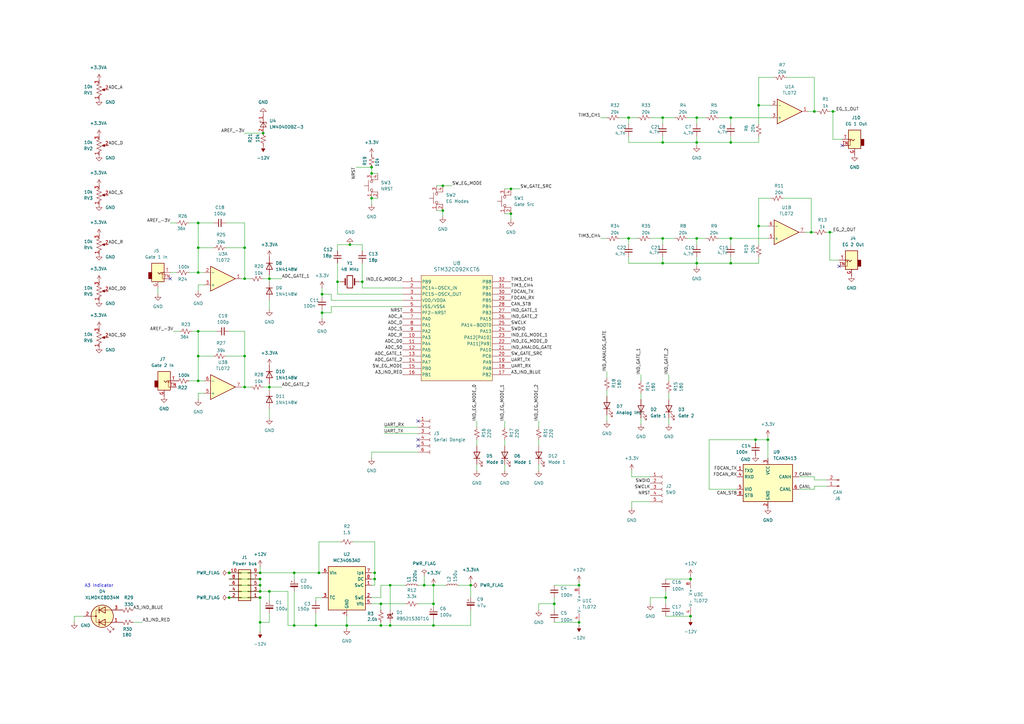
<source format=kicad_sch>
(kicad_sch (version 20250114) (generator "eeschema") (generator_version "9.0")
  (paper "A3")
  (title_block (title "Analog3 Envelope Generator") (rev "1"))
  (lib_symbols
    (symbol "Amplifier_Operational1:TL072" (pin_names (offset 0.127))
      (property "Reference" "U" (at 0 5.08 0))
      (property "Value" "TL072" (at 0 -5.08 0))
      (symbol "TL072_1_1"
        (pin input line (at -7.62 2.54 0) (length 2.54) (name "+") (number "3"))
        (pin input line (at -7.62 -2.54 0) (length 2.54) (name "-") (number "2"))
        (pin output line (at 7.62 0 180) (length 2.54) (name "~") (number "1"))
      )
      (symbol "TL072_2_1"
        (pin input line (at -7.62 2.54 0) (length 2.54) (name "+") (number "5"))
        (pin input line (at -7.62 -2.54 0) (length 2.54) (name "-") (number "6"))
        (pin output line (at 7.62 0 180) (length 2.54) (name "~") (number "7"))
      )
      (symbol "TL072_3_1"
        (pin power_in line (at -2.54 7.62 270) (length 3.81) (name "V+") (number "8"))
        (pin power_in line (at -2.54 -7.62 90) (length 3.81) (name "V-") (number "4"))
      )
    )
    (symbol "Connector:Conn_01x02_Pin" (pin_names (offset 1.016) (hide yes))
      (property "Reference" "J" (at 0 2.54 0))
      (property "Value" "Conn_01x02_Pin" (at 0 -5.08 0))
      (symbol "Conn_01x02_Pin_1_1"
        (pin passive line (at 5.08 0 180) (length 3.81) (name "Pin_1") (number "1"))
        (pin passive line (at 5.08 -2.54 180) (length 3.81) (name "Pin_2") (number "2"))
      )
    )
    (symbol "Connector:Conn_01x05_Socket" (pin_names (offset 1.016) (hide yes))
      (property "Reference" "J" (at 0 7.62 0))
      (property "Value" "Conn_01x05_Socket" (at 0 -7.62 0))
      (symbol "Conn_01x05_Socket_1_1"
        (pin passive line (at -5.08 5.08 0) (length 3.81) (name "Pin_1") (number "1"))
        (pin passive line (at -5.08 2.54 0) (length 3.81) (name "Pin_2") (number "2"))
        (pin passive line (at -5.08 0 0) (length 3.81) (name "Pin_3") (number "3"))
        (pin passive line (at -5.08 -2.54 0) (length 3.81) (name "Pin_4") (number "4"))
        (pin passive line (at -5.08 -5.08 0) (length 3.81) (name "Pin_5") (number "5"))
      )
    )
    (symbol "Connector:Conn_01x06_Socket" (pin_names (offset 1.016) (hide yes))
      (property "Reference" "J" (at 0 7.62 0))
      (property "Value" "Conn_01x06_Socket" (at 0 -10.16 0))
      (symbol "Conn_01x06_Socket_1_1"
        (pin passive line (at -5.08 5.08 0) (length 3.81) (name "Pin_1") (number "1"))
        (pin passive line (at -5.08 2.54 0) (length 3.81) (name "Pin_2") (number "2"))
        (pin passive line (at -5.08 0 0) (length 3.81) (name "Pin_3") (number "3"))
        (pin passive line (at -5.08 -2.54 0) (length 3.81) (name "Pin_4") (number "4"))
        (pin passive line (at -5.08 -5.08 0) (length 3.81) (name "Pin_5") (number "5"))
        (pin passive line (at -5.08 -7.62 0) (length 3.81) (name "Pin_6") (number "6"))
      )
    )
    (symbol "Connector_Generic:Conn_02x05_Odd_Even" (pin_names (offset 1.016) (hide yes))
      (property "Reference" "J" (at 1.27 7.62 0))
      (property "Value" "Conn_02x05_Odd_Even" (at 1.27 -7.62 0))
      (symbol "Conn_02x05_Odd_Even_1_1"
        (pin passive line (at -5.08 5.08 0) (length 3.81) (name "Pin_1") (number "1"))
        (pin passive line (at -5.08 2.54 0) (length 3.81) (name "Pin_3") (number "3"))
        (pin passive line (at -5.08 0 0) (length 3.81) (name "Pin_5") (number "5"))
        (pin passive line (at -5.08 -2.54 0) (length 3.81) (name "Pin_7") (number "7"))
        (pin passive line (at -5.08 -5.08 0) (length 3.81) (name "Pin_9") (number "9"))
        (pin passive line (at 7.62 5.08 180) (length 3.81) (name "Pin_2") (number "2"))
        (pin passive line (at 7.62 2.54 180) (length 3.81) (name "Pin_4") (number "4"))
        (pin passive line (at 7.62 0 180) (length 3.81) (name "Pin_6") (number "6"))
        (pin passive line (at 7.62 -2.54 180) (length 3.81) (name "Pin_8") (number "8"))
        (pin passive line (at 7.62 -5.08 180) (length 3.81) (name "Pin_10") (number "10"))
      )
    )
    (symbol "Device:C_Polarized_Small" (pin_numbers (hide yes)) (pin_names (offset 0.254) (hide yes))
      (property "Reference" "C" (at 0.254 1.778 0))
      (property "Value" "C_Polarized_Small" (at 0.254 -2.032 0))
      (symbol "C_Polarized_Small_1_1"
        (pin passive line (at 0 2.54 270) (length 1.8542) (name "~") (number "1"))
        (pin passive line (at 0 -2.54 90) (length 1.8542) (name "~") (number "2"))
      )
    )
    (symbol "Device:C_Small" (pin_numbers (hide yes)) (pin_names (offset 0.254) (hide yes))
      (property "Reference" "C" (at 0.254 1.778 0))
      (property "Value" "C_Small" (at 0.254 -2.032 0))
      (symbol "C_Small_1_1"
        (pin passive line (at 0 2.54 270) (length 2.032) (name "~") (number "1"))
        (pin passive line (at 0 -2.54 90) (length 2.032) (name "~") (number "2"))
      )
    )
    (symbol "Device:Crystal" (pin_numbers (hide yes)) (pin_names (offset 1.016) (hide yes))
      (property "Reference" "Y" (at 0 3.81 0))
      (property "Value" "Crystal" (at 0 -3.81 0))
      (symbol "Crystal_1_1"
        (pin passive line (at -3.81 0 0) (length 1.27) (name "1") (number "1"))
        (pin passive line (at 3.81 0 180) (length 1.27) (name "2") (number "2"))
      )
    )
    (symbol "Device:D_Schottky_Small" (pin_numbers (hide yes)) (pin_names (offset 0.254) (hide yes))
      (property "Reference" "D" (at -1.27 2.032 0))
      (property "Value" "D_Schottky_Small" (at -7.112 -2.032 0))
      (symbol "D_Schottky_Small_1_1"
        (pin passive line (at -2.54 0 0) (length 1.778) (name "K") (number "1"))
        (pin passive line (at 2.54 0 180) (length 1.778) (name "A") (number "2"))
      )
    )
    (symbol "Device:LED" (pin_numbers (hide yes)) (pin_names (offset 1.016) (hide yes))
      (property "Reference" "D" (at 0 2.54 0))
      (property "Value" "LED" (at 0 -2.54 0))
      (symbol "LED_1_1"
        (pin passive line (at -3.81 0 0) (length 2.54) (name "K") (number "1"))
        (pin passive line (at 3.81 0 180) (length 2.54) (name "A") (number "2"))
      )
    )
    (symbol "Device:LED_Dual_AKA" (pin_names (offset 0) (hide yes))
      (property "Reference" "D" (at 0 5.715 0))
      (property "Value" "LED_Dual_AKA" (at 0 -6.35 0))
      (symbol "LED_Dual_AKA_1_1"
        (pin input line (at -7.62 0 0) (length 3.048) (name "K") (number "2"))
        (pin input line (at 7.62 2.54 180) (length 3.81) (name "A1") (number "1"))
        (pin input line (at 7.62 -2.54 180) (length 3.81) (name "A2") (number "3"))
      )
    )
    (symbol "Device:L_Small" (pin_numbers (hide yes)) (pin_names (offset 0.254) (hide yes))
      (property "Reference" "L" (at 0.762 1.016 0))
      (property "Value" "L_Small" (at 0.762 -1.016 0))
      (symbol "L_Small_1_1"
        (pin passive line (at 0 2.54 270) (length 0.508) (name "~") (number "1"))
        (pin passive line (at 0 -2.54 90) (length 0.508) (name "~") (number "2"))
      )
    )
    (symbol "Device:R_Small_US" (pin_numbers (hide yes)) (pin_names (offset 0.254) (hide yes))
      (property "Reference" "R" (at 0.762 0.508 0))
      (property "Value" "R_Small_US" (at 0.762 -1.016 0))
      (symbol "R_Small_US_1_1"
        (pin passive line (at 0 2.54 270) (length 1.016) (name "~") (number "1"))
        (pin passive line (at 0 -2.54 90) (length 1.016) (name "~") (number "2"))
      )
    )
    (symbol "Diode:1N4148W" (pin_numbers (hide yes)) (pin_names (hide yes))
      (property "Reference" "D" (at 0 2.54 0))
      (property "Value" "1N4148W" (at 0 -2.54 0))
      (symbol "1N4148W_1_1"
        (pin passive line (at -3.81 0 0) (length 2.54) (name "K") (number "1"))
        (pin passive line (at 3.81 0 180) (length 2.54) (name "A") (number "2"))
      )
    )
    (symbol "Reference_Voltage:LM4040DBZ-3" (pin_names (offset 0.0254) (hide yes))
      (property "Reference" "U" (at 0 2.54 0))
      (property "Value" "LM4040DBZ-3" (at 0 -3.175 0))
      (symbol "LM4040DBZ-3_1_1"
        (pin passive line (at -3.81 0 0) (length 2.54) (name "A") (number "2"))
        (pin no_connect line (at -1.27 0 0) (length 2.54) (hide yes) (name "NC") (number "3"))
        (pin passive line (at 3.81 0 180) (length 2.54) (name "K") (number "1"))
      )
    )
    (symbol "Regulator_Switching:MC34063AD"
      (property "Reference" "U" (at -7.62 8.89 0))
      (property "Value" "MC34063AD" (at 0 8.89 0))
      (symbol "MC34063AD_1_1"
        (pin power_in line (at -10.16 5.08 0) (length 2.54) (name "Vin") (number "6"))
        (pin passive line (at -10.16 -5.08 0) (length 2.54) (name "TC") (number "3"))
        (pin power_in line (at 0 -12.7 90) (length 2.54) (name "GND") (number "4"))
        (pin input line (at 10.16 5.08 180) (length 2.54) (name "Ipk") (number "7"))
        (pin open_collector line (at 10.16 2.54 180) (length 2.54) (name "DC") (number "8"))
        (pin open_collector line (at 10.16 0 180) (length 2.54) (name "SwC") (number "1"))
        (pin open_emitter line (at 10.16 -5.08 180) (length 2.54) (name "SwE") (number "2"))
        (pin input line (at 10.16 -7.62 180) (length 2.54) (name "Vfb") (number "5"))
      )
    )
    (symbol "Synth:AudioJack_Ground_Switch"
      (property "Reference" "J" (at 0 7.366 0))
      (property "Value" "AudioJack_Ground_Switch" (at 0 5.08 0))
      (symbol "AudioJack_Ground_Switch_1_1"
        (pin passive line (at 0 -6.35 90) (length 2.54) (name "~") (number "G"))
        (pin passive line (at 5.08 0 180) (length 2.54) (name "~") (number "T"))
        (pin passive line (at 5.08 -2.54 180) (length 2.54) (name "~") (number "TN"))
      )
    )
    (symbol "Synth:R_Potentiometer_US" (pin_names (offset 1.016) (hide yes))
      (property "Reference" "RV" (at -4.445 0 90))
      (property "Value" "R_Potentiometer_US" (at -2.54 0 90))
      (symbol "R_Potentiometer_US_1_1"
        (pin passive line (at 0 3.81 270) (length 1.27) (name "1") (number "1"))
        (pin passive line (at 0 -3.81 90) (length 1.27) (name "3") (number "3"))
        (pin passive line (at 3.81 0 180) (length 1.27) (name "2") (number "2"))
      )
    )
    (symbol "TactileSwitches:Tactile_Switch"
      (property "Reference" "SW" (at 0 9.144 0))
      (property "Value" "Tactile Switch" (at 1.016 6.858 0))
      (symbol "Tactile_Switch_1_1"
        (pin passive line (at -5.08 2.54 0) (length 2.54) (name "") (number "1"))
        (pin passive line (at -5.08 0 0) (length 2.54) (name "") (number "2"))
        (pin passive line (at 5.08 2.54 180) (length 2.54) (name "") (number "3"))
        (pin passive line (at 5.08 0 180) (length 2.54) (name "") (number "4"))
      )
    )
    (symbol "can_controllers:TCAN3413"
      (property "Reference" "U" (at -10.16 8.89 0))
      (property "Value" "TCAN3413" (at 2.54 8.89 0))
      (symbol "TCAN3413_1_1"
        (pin input line (at -12.7 5.08 0) (length 2.54) (name "TXD") (number "1"))
        (pin tri_state line (at -12.7 2.54 0) (length 2.54) (name "RXD") (number "4"))
        (pin input line (at -12.7 -2.54 0) (length 2.54) (name "VIO") (number "5"))
        (pin input line (at -12.7 -5.08 0) (length 2.54) (name "STB") (number "8"))
        (pin power_in line (at 0 10.16 270) (length 2.54) (name "VCC") (number "3"))
        (pin power_in line (at 0 -10.16 90) (length 2.54) (name "GND") (number "2"))
        (pin bidirectional line (at 12.7 2.54 180) (length 2.54) (name "CANH") (number "7"))
        (pin bidirectional line (at 12.7 -2.54 180) (length 2.54) (name "CANL") (number "6"))
      )
    )
    (symbol "power:+12V" (power) (pin_numbers (hide yes)) (pin_names (offset 0) (hide yes))
      (property "Value" "+12V" (at 0 3.556 0))
      (symbol "+12V_1_1"
        (pin power_in line (at 0 0 90) (length 0) (name "~") (number "1"))
      )
    )
    (symbol "power:+3.3V" (power) (pin_numbers (hide yes)) (pin_names (offset 0) (hide yes))
      (property "Value" "+3.3V" (at 0 3.556 0))
      (symbol "+3.3V_1_1"
        (pin power_in line (at 0 0 90) (length 0) (name "~") (number "1"))
      )
    )
    (symbol "power:+3.3VA" (power) (pin_numbers (hide yes)) (pin_names (offset 0) (hide yes))
      (property "Value" "+3.3VA" (at 0 3.556 0))
      (symbol "+3.3VA_1_1"
        (pin power_in line (at 0 0 90) (length 0) (name "~") (number "1"))
      )
    )
    (symbol "power:-12V" (power) (pin_numbers (hide yes)) (pin_names (offset 0) (hide yes))
      (property "Value" "-12V" (at 0 3.556 0))
      (symbol "-12V_0_0"
        (pin power_in line (at 0 0 90) (length 0) (name "~") (number "1"))
      )
    )
    (symbol "power:GND" (power) (pin_numbers (hide yes)) (pin_names (offset 0) (hide yes))
      (property "Value" "GND" (at 0 -3.81 0))
      (symbol "GND_1_1"
        (pin power_in line (at 0 0 270) (length 0) (name "~") (number "1"))
      )
    )
    (symbol "power:PWR_FLAG" (power) (pin_numbers (hide yes)) (pin_names (offset 0) (hide yes))
      (property "Value" "PWR_FLAG" (at 0 3.81 0))
      (symbol "PWR_FLAG_0_0"
        (pin power_out line (at 0 0 90) (length 0) (name "~") (number "1"))
      )
    )
    (symbol "stm32c092kct6:STM32C092KCT6" (pin_names (offset 0.254))
      (property "Reference" "U" (at 22.352 7.112 0))
      (property "Value" "STM32C092KCT6" (at 22.352 4.572 0))
      (symbol "STM32C092KCT6_0_1"
        (pin bidirectional line (at 0 0 0) (length 7.62) (name "PB9") (number "1"))
        (pin bidirectional line (at 0 -2.54 0) (length 7.62) (name "PC14-OSCX_IN") (number "2"))
        (pin bidirectional line (at 0 -5.08 0) (length 7.62) (name "PC15-OSCX_OUT") (number "3"))
        (pin power_in line (at 0 -7.62 0) (length 7.62) (name "VDD/VDDA") (number "4"))
        (pin power_out line (at 0 -10.16 0) (length 7.62) (name "VSS/VSSA") (number "5"))
        (pin bidirectional line (at 0 -12.7 0) (length 7.62) (name "PF2-NRST") (number "6"))
        (pin bidirectional line (at 0 -15.24 0) (length 7.62) (name "PA0") (number "7"))
        (pin bidirectional line (at 0 -17.78 0) (length 7.62) (name "PA1") (number "8"))
        (pin bidirectional line (at 0 -20.32 0) (length 7.62) (name "PA2") (number "9"))
        (pin bidirectional line (at 0 -22.86 0) (length 7.62) (name "PA3") (number "10"))
        (pin bidirectional line (at 0 -25.4 0) (length 7.62) (name "PA4") (number "11"))
        (pin bidirectional line (at 0 -27.94 0) (length 7.62) (name "PA5") (number "12"))
        (pin bidirectional line (at 0 -30.48 0) (length 7.62) (name "PA6") (number "13"))
        (pin bidirectional line (at 0 -33.02 0) (length 7.62) (name "PA7") (number "14"))
        (pin bidirectional line (at 0 -35.56 0) (length 7.62) (name "PB0") (number "15"))
        (pin bidirectional line (at 0 -38.1 0) (length 7.62) (name "PB1") (number "16"))
        (pin bidirectional line (at 44.45 0 180) (length 7.62) (name "PB8") (number "32"))
        (pin bidirectional line (at 44.45 -2.54 180) (length 7.62) (name "PB7") (number "31"))
        (pin bidirectional line (at 44.45 -5.08 180) (length 7.62) (name "PB6") (number "30"))
        (pin bidirectional line (at 44.45 -7.62 180) (length 7.62) (name "PB5") (number "29"))
        (pin bidirectional line (at 44.45 -10.16 180) (length 7.62) (name "PB4") (number "28"))
        (pin bidirectional line (at 44.45 -12.7 180) (length 7.62) (name "PB3") (number "27"))
        (pin bidirectional line (at 44.45 -15.24 180) (length 7.62) (name "PA15") (number "26"))
        (pin bidirectional line (at 44.45 -17.78 180) (length 7.62) (name "PA14-BOOT0") (number "25"))
        (pin bidirectional line (at 44.45 -20.32 180) (length 7.62) (name "PA13") (number "24"))
        (pin bidirectional line (at 44.45 -22.86 180) (length 7.62) (name "PA12[PA10]") (number "23"))
        (pin bidirectional line (at 44.45 -25.4 180) (length 7.62) (name "PA11[PA9]") (number "22"))
        (pin bidirectional line (at 44.45 -27.94 180) (length 7.62) (name "PA10") (number "21"))
        (pin bidirectional line (at 44.45 -30.48 180) (length 7.62) (name "PC6") (number "20"))
        (pin bidirectional line (at 44.45 -33.02 180) (length 7.62) (name "PA9") (number "19"))
        (pin bidirectional line (at 44.45 -35.56 180) (length 7.62) (name "PA8") (number "18"))
        (pin bidirectional line (at 44.45 -38.1 180) (length 7.62) (name "PB2") (number "17"))
      )
    )
  )
  (text "A3 Indicator" (at 40.64 240.284 0) (effects (font (size 1.27 1.27))))
  (junction (at 110.49 114.3))
  (junction (at 143.51 100.33))
  (junction (at 341.63 45.72))
  (junction (at 181.61 76.2))
  (junction (at 81.28 146.05))
  (junction (at 299.72 97.79))
  (junction (at 237.49 240.03))
  (junction (at 106.68 245.11))
  (junction (at 271.78 58.42))
  (junction (at 100.33 101.6))
  (junction (at 309.88 180.34))
  (junction (at 311.15 43.18))
  (junction (at 120.65 234.95))
  (junction (at 160.02 240.03))
  (junction (at 110.49 242.57))
  (junction (at 132.08 120.65))
  (junction (at 271.78 107.95))
  (junction (at 340.36 95.25))
  (junction (at 257.81 48.26))
  (junction (at 81.28 101.6))
  (junction (at 227.33 247.65))
  (junction (at 93.98 234.95))
  (junction (at 107.95 54.61))
  (junction (at 177.8 240.03))
  (junction (at 271.78 97.79))
  (junction (at 177.8 247.65))
  (junction (at 193.04 240.03))
  (junction (at 153.67 237.49))
  (junction (at 138.43 115.57))
  (junction (at 120.65 256.54))
  (junction (at 209.55 77.47))
  (junction (at 106.68 240.03))
  (junction (at 285.75 107.95))
  (junction (at 181.61 86.36))
  (junction (at 257.81 97.79))
  (junction (at 314.96 180.34))
  (junction (at 299.72 48.26))
  (junction (at 152.4 71.12))
  (junction (at 81.28 111.76))
  (junction (at 334.01 45.72))
  (junction (at 130.81 234.95))
  (junction (at 93.98 245.11))
  (junction (at 209.55 87.63))
  (junction (at 311.15 92.71))
  (junction (at 285.75 97.79))
  (junction (at 132.08 128.27))
  (junction (at 152.4 81.28))
  (junction (at 237.49 255.27))
  (junction (at 156.21 247.65))
  (junction (at 106.68 255.27))
  (junction (at 177.8 256.54))
  (junction (at 152.4 68.58))
  (junction (at 106.68 237.49))
  (junction (at 173.99 240.03))
  (junction (at 156.21 256.54))
  (junction (at 100.33 158.75))
  (junction (at 332.74 95.25))
  (junction (at 285.75 58.42))
  (junction (at 271.78 48.26))
  (junction (at 142.24 256.54))
  (junction (at 106.68 234.95))
  (junction (at 299.72 107.95))
  (junction (at 81.28 91.44))
  (junction (at 100.33 114.3))
  (junction (at 129.54 256.54))
  (junction (at 81.28 135.89))
  (junction (at 106.68 242.57))
  (junction (at 148.59 115.57))
  (junction (at 100.33 146.05))
  (junction (at 110.49 158.75))
  (junction (at 283.21 237.49))
  (junction (at 273.05 245.11))
  (junction (at 153.67 234.95))
  (junction (at 285.75 48.26))
  (junction (at 283.21 252.73))
  (junction (at 299.72 58.42))
  (junction (at 160.02 256.54))
  (junction (at 81.28 156.21))
  (no_connect (at 171.45 172.72))
  (no_connect (at 345.44 59.69))
  (no_connect (at 344.17 109.22))
  (no_connect (at 69.85 114.3))
  (no_connect (at 171.45 182.88))
  (no_connect (at 171.45 180.34))
  (wire (pts (xy 311.15 50.8) (xy 311.15 43.18)))
  (wire (pts (xy 290.83 180.34) (xy 309.88 180.34)))
  (wire (pts (xy 100.33 158.75) (xy 99.06 158.75)))
  (wire (pts (xy 160.02 240.03) (xy 156.21 240.03)))
  (wire (pts (xy 311.15 92.71) (xy 311.15 100.33)))
  (wire (pts (xy 152.4 71.12) (xy 154.94 71.12)))
  (wire (pts (xy 332.74 95.25) (xy 334.01 95.25)))
  (wire (pts (xy 153.67 222.25) (xy 153.67 234.95)))
  (wire (pts (xy 195.58 190.5) (xy 195.58 193.04)))
  (wire (pts (xy 106.68 234.95) (xy 120.65 234.95)))
  (wire (pts (xy 220.98 180.34) (xy 220.98 182.88)))
  (wire (pts (xy 283.21 236.22) (xy 283.21 237.49)))
  (wire (pts (xy 110.49 114.3) (xy 115.57 114.3)))
  (wire (pts (xy 83.82 156.21) (xy 81.28 156.21)))
  (wire (pts (xy 171.45 247.65) (xy 177.8 247.65)))
  (wire (pts (xy 142.24 257.81) (xy 142.24 256.54)))
  (wire (pts (xy 207.01 77.47) (xy 209.55 77.47)))
  (wire (pts (xy 273.05 245.11) (xy 273.05 247.65)))
  (wire (pts (xy 152.4 234.95) (xy 153.67 234.95)))
  (wire (pts (xy 144.78 222.25) (xy 153.67 222.25)))
  (wire (pts (xy 181.61 86.36) (xy 181.61 88.9)))
  (wire (pts (xy 110.49 123.19) (xy 110.49 127)))
  (wire (pts (xy 156.21 247.65) (xy 166.37 247.65)))
  (wire (pts (xy 195.58 172.72) (xy 195.58 175.26)))
  (wire (pts (xy 130.81 234.95) (xy 130.81 222.25)))
  (wire (pts (xy 132.08 128.27) (xy 135.89 128.27)))
  (wire (pts (xy 93.98 234.95) (xy 106.68 234.95)))
  (wire (pts (xy 285.75 58.42) (xy 285.75 59.69)))
  (wire (pts (xy 340.36 95.25) (xy 340.36 106.68)))
  (wire (pts (xy 257.81 55.88) (xy 257.81 58.42)))
  (wire (pts (xy 311.15 31.75) (xy 317.5 31.75)))
  (wire (pts (xy 311.15 81.28) (xy 316.23 81.28)))
  (wire (pts (xy 271.78 58.42) (xy 271.78 55.88)))
  (wire (pts (xy 257.81 97.79) (xy 257.81 100.33)))
  (wire (pts (xy 152.4 68.58) (xy 152.4 71.12)))
  (wire (pts (xy 262.89 171.45) (xy 262.89 173.99)))
  (wire (pts (xy 138.43 100.33) (xy 143.51 100.33)))
  (wire (pts (xy 106.68 242.57) (xy 110.49 242.57)))
  (wire (pts (xy 262.89 161.29) (xy 262.89 163.83)))
  (wire (pts (xy 110.49 251.46) (xy 110.49 255.27)))
  (wire (pts (xy 266.7 245.11) (xy 273.05 245.11)))
  (wire (pts (xy 93.98 135.89) (xy 100.33 135.89)))
  (wire (pts (xy 248.92 170.18) (xy 248.92 172.72)))
  (wire (pts (xy 227.33 240.03) (xy 237.49 240.03)))
  (wire (pts (xy 237.49 238.76) (xy 237.49 240.03)))
  (wire (pts (xy 153.67 237.49) (xy 153.67 240.03)))
  (wire (pts (xy 152.4 81.28) (xy 154.94 81.28)))
  (wire (pts (xy 153.67 234.95) (xy 153.67 237.49)))
  (wire (pts (xy 156.21 255.27) (xy 156.21 256.54)))
  (wire (pts (xy 327.66 200.66) (xy 334.01 200.66)))
  (wire (pts (xy 299.72 48.26) (xy 316.23 48.26)))
  (wire (pts (xy 285.75 58.42) (xy 299.72 58.42)))
  (wire (pts (xy 120.65 234.95) (xy 130.81 234.95)))
  (wire (pts (xy 207.01 180.34) (xy 207.01 182.88)))
  (wire (pts (xy 332.74 81.28) (xy 332.74 95.25)))
  (wire (pts (xy 54.61 255.27) (xy 58.42 255.27)))
  (wire (pts (xy 281.94 48.26) (xy 285.75 48.26)))
  (wire (pts (xy 130.81 222.25) (xy 139.7 222.25)))
  (wire (pts (xy 148.59 107.95) (xy 148.59 115.57)))
  (wire (pts (xy 100.33 158.75) (xy 102.87 158.75)))
  (wire (pts (xy 156.21 240.03) (xy 156.21 245.11)))
  (wire (pts (xy 165.1 123.19) (xy 135.89 123.19)))
  (wire (pts (xy 220.98 247.65) (xy 227.33 247.65)))
  (wire (pts (xy 81.28 135.89) (xy 81.28 146.05)))
  (wire (pts (xy 92.71 146.05) (xy 100.33 146.05)))
  (wire (pts (xy 257.81 48.26) (xy 257.81 50.8)))
  (wire (pts (xy 110.49 158.75) (xy 110.49 160.02)))
  (wire (pts (xy 118.11 242.57) (xy 118.11 256.54)))
  (wire (pts (xy 262.89 153.67) (xy 262.89 156.21)))
  (wire (pts (xy 248.92 152.4) (xy 248.92 154.94)))
  (wire (pts (xy 193.04 256.54) (xy 177.8 256.54)))
  (wire (pts (xy 334.01 195.58) (xy 327.66 195.58)))
  (wire (pts (xy 274.32 171.45) (xy 274.32 173.99)))
  (wire (pts (xy 294.64 48.26) (xy 299.72 48.26)))
  (wire (pts (xy 107.95 158.75) (xy 110.49 158.75)))
  (wire (pts (xy 334.01 31.75) (xy 334.01 45.72)))
  (wire (pts (xy 118.11 256.54) (xy 120.65 256.54)))
  (wire (pts (xy 81.28 156.21) (xy 81.28 146.05)))
  (wire (pts (xy 152.4 81.28) (xy 152.4 83.82)))
  (wire (pts (xy 157.48 175.26) (xy 171.45 175.26)))
  (wire (pts (xy 227.33 247.65) (xy 227.33 250.19)))
  (wire (pts (xy 34.29 252.73) (xy 30.48 252.73)))
  (wire (pts (xy 311.15 58.42) (xy 311.15 55.88)))
  (wire (pts (xy 257.81 48.26) (xy 261.62 48.26)))
  (wire (pts (xy 285.75 105.41) (xy 285.75 107.95)))
  (wire (pts (xy 266.7 247.65) (xy 266.7 245.11)))
  (wire (pts (xy 152.4 68.58) (xy 146.05 68.58)))
  (wire (pts (xy 274.32 153.67) (xy 274.32 156.21)))
  (wire (pts (xy 132.08 128.27) (xy 132.08 130.81)))
  (wire (pts (xy 147.32 115.57) (xy 148.59 115.57)))
  (wire (pts (xy 314.96 180.34) (xy 314.96 187.96)))
  (wire (pts (xy 309.88 180.34) (xy 314.96 180.34)))
  (wire (pts (xy 299.72 58.42) (xy 299.72 55.88)))
  (wire (pts (xy 334.01 199.39) (xy 339.09 199.39)))
  (wire (pts (xy 81.28 161.29) (xy 83.82 161.29)))
  (wire (pts (xy 290.83 200.66) (xy 290.83 180.34)))
  (wire (pts (xy 93.98 240.03) (xy 106.68 240.03)))
  (wire (pts (xy 152.4 187.96) (xy 152.4 185.42)))
  (wire (pts (xy 254 48.26) (xy 257.81 48.26)))
  (wire (pts (xy 110.49 158.75) (xy 115.57 158.75)))
  (wire (pts (xy 334.01 199.39) (xy 334.01 200.66)))
  (wire (pts (xy 302.26 200.66) (xy 290.83 200.66)))
  (wire (pts (xy 110.49 113.03) (xy 110.49 114.3)))
  (wire (pts (xy 177.8 247.65) (xy 177.8 248.92)))
  (wire (pts (xy 334.01 196.85) (xy 339.09 196.85)))
  (wire (pts (xy 152.4 185.42) (xy 171.45 185.42)))
  (wire (pts (xy 299.72 97.79) (xy 299.72 100.33)))
  (wire (pts (xy 106.68 232.41) (xy 106.68 234.95)))
  (wire (pts (xy 334.01 45.72) (xy 335.28 45.72)))
  (wire (pts (xy 110.49 242.57) (xy 110.49 246.38)))
  (wire (pts (xy 157.48 177.8) (xy 171.45 177.8)))
  (wire (pts (xy 345.44 57.15) (xy 341.63 57.15)))
  (wire (pts (xy 92.71 91.44) (xy 100.33 91.44)))
  (wire (pts (xy 285.75 97.79) (xy 285.75 100.33)))
  (wire (pts (xy 81.28 116.84) (xy 83.82 116.84)))
  (wire (pts (xy 110.49 167.64) (xy 110.49 171.45)))
  (wire (pts (xy 257.81 58.42) (xy 271.78 58.42)))
  (wire (pts (xy 271.78 58.42) (xy 285.75 58.42)))
  (wire (pts (xy 143.51 100.33) (xy 148.59 100.33)))
  (wire (pts (xy 273.05 242.57) (xy 273.05 245.11)))
  (wire (pts (xy 339.09 95.25) (xy 340.36 95.25)))
  (wire (pts (xy 299.72 97.79) (xy 314.96 97.79)))
  (wire (pts (xy 83.82 111.76) (xy 81.28 111.76)))
  (wire (pts (xy 220.98 250.19) (xy 220.98 247.65)))
  (wire (pts (xy 177.8 240.03) (xy 182.88 240.03)))
  (wire (pts (xy 259.08 208.28) (xy 259.08 205.74)))
  (wire (pts (xy 138.43 120.65) (xy 165.1 120.65)))
  (wire (pts (xy 193.04 238.76) (xy 193.04 240.03)))
  (wire (pts (xy 129.54 256.54) (xy 142.24 256.54)))
  (wire (pts (xy 148.59 115.57) (xy 148.59 118.11)))
  (wire (pts (xy 110.49 114.3) (xy 110.49 115.57)))
  (wire (pts (xy 257.81 107.95) (xy 271.78 107.95)))
  (wire (pts (xy 309.88 180.34) (xy 309.88 181.61)))
  (wire (pts (xy 207.01 172.72) (xy 207.01 175.26)))
  (wire (pts (xy 340.36 95.25) (xy 341.63 95.25)))
  (wire (pts (xy 160.02 240.03) (xy 166.37 240.03)))
  (wire (pts (xy 64.77 118.11) (xy 64.77 120.65)))
  (wire (pts (xy 271.78 48.26) (xy 276.86 48.26)))
  (wire (pts (xy 195.58 180.34) (xy 195.58 182.88)))
  (wire (pts (xy 81.28 101.6) (xy 87.63 101.6)))
  (wire (pts (xy 285.75 107.95) (xy 285.75 109.22)))
  (wire (pts (xy 274.32 161.29) (xy 274.32 163.83)))
  (wire (pts (xy 135.89 120.65) (xy 132.08 120.65)))
  (wire (pts (xy 273.05 237.49) (xy 283.21 237.49)))
  (wire (pts (xy 341.63 57.15) (xy 341.63 45.72)))
  (wire (pts (xy 160.02 256.54) (xy 177.8 256.54)))
  (wire (pts (xy 132.08 127) (xy 132.08 128.27)))
  (wire (pts (xy 341.63 45.72) (xy 342.9 45.72)))
  (wire (pts (xy 107.95 114.3) (xy 110.49 114.3)))
  (wire (pts (xy 30.48 252.73) (xy 30.48 255.27)))
  (wire (pts (xy 106.68 240.03) (xy 106.68 242.57)))
  (wire (pts (xy 285.75 55.88) (xy 285.75 58.42)))
  (wire (pts (xy 132.08 245.11) (xy 129.54 245.11)))
  (wire (pts (xy 153.67 240.03) (xy 152.4 240.03)))
  (wire (pts (xy 285.75 48.26) (xy 285.75 50.8)))
  (wire (pts (xy 294.64 97.79) (xy 299.72 97.79)))
  (wire (pts (xy 259.08 195.58) (xy 266.7 195.58)))
  (wire (pts (xy 299.72 48.26) (xy 299.72 50.8)))
  (wire (pts (xy 165.1 125.73) (xy 135.89 125.73)))
  (wire (pts (xy 100.33 91.44) (xy 100.33 101.6)))
  (wire (pts (xy 120.65 242.57) (xy 120.65 256.54)))
  (wire (pts (xy 311.15 31.75) (xy 311.15 43.18)))
  (wire (pts (xy 100.33 101.6) (xy 100.33 114.3)))
  (wire (pts (xy 93.98 237.49) (xy 106.68 237.49)))
  (wire (pts (xy 69.85 111.76) (xy 72.39 111.76)))
  (wire (pts (xy 271.78 97.79) (xy 271.78 100.33)))
  (wire (pts (xy 148.59 100.33) (xy 148.59 102.87)))
  (wire (pts (xy 181.61 76.2) (xy 185.42 76.2)))
  (wire (pts (xy 138.43 107.95) (xy 138.43 115.57)))
  (wire (pts (xy 266.7 48.26) (xy 271.78 48.26)))
  (wire (pts (xy 311.15 81.28) (xy 311.15 92.71)))
  (wire (pts (xy 120.65 234.95) (xy 120.65 237.49)))
  (wire (pts (xy 81.28 91.44) (xy 81.28 101.6)))
  (wire (pts (xy 179.07 86.36) (xy 181.61 86.36)))
  (wire (pts (xy 248.92 160.02) (xy 248.92 162.56)))
  (wire (pts (xy 321.31 81.28) (xy 332.74 81.28)))
  (wire (pts (xy 135.89 125.73) (xy 135.89 128.27)))
  (wire (pts (xy 77.47 91.44) (xy 81.28 91.44)))
  (wire (pts (xy 285.75 97.79) (xy 289.56 97.79)))
  (wire (pts (xy 142.24 256.54) (xy 142.24 252.73)))
  (wire (pts (xy 132.08 118.11) (xy 132.08 120.65)))
  (wire (pts (xy 299.72 107.95) (xy 311.15 107.95)))
  (wire (pts (xy 227.33 255.27) (xy 237.49 255.27)))
  (wire (pts (xy 132.08 234.95) (xy 130.81 234.95)))
  (wire (pts (xy 120.65 256.54) (xy 129.54 256.54)))
  (wire (pts (xy 271.78 107.95) (xy 285.75 107.95)))
  (wire (pts (xy 179.07 76.2) (xy 181.61 76.2)))
  (wire (pts (xy 106.68 245.11) (xy 106.68 255.27)))
  (wire (pts (xy 271.78 97.79) (xy 276.86 97.79)))
  (wire (pts (xy 100.33 146.05) (xy 100.33 158.75)))
  (wire (pts (xy 285.75 107.95) (xy 299.72 107.95)))
  (wire (pts (xy 152.4 237.49) (xy 153.67 237.49)))
  (wire (pts (xy 177.8 254) (xy 177.8 256.54)))
  (wire (pts (xy 156.21 256.54) (xy 142.24 256.54)))
  (wire (pts (xy 106.68 237.49) (xy 106.68 240.03)))
  (wire (pts (xy 171.45 240.03) (xy 173.99 240.03)))
  (wire (pts (xy 311.15 43.18) (xy 316.23 43.18)))
  (wire (pts (xy 106.68 255.27) (xy 106.68 259.08)))
  (wire (pts (xy 100.33 135.89) (xy 100.33 146.05)))
  (wire (pts (xy 152.4 247.65) (xy 156.21 247.65)))
  (wire (pts (xy 311.15 92.71) (xy 314.96 92.71)))
  (wire (pts (xy 156.21 247.65) (xy 156.21 250.19)))
  (wire (pts (xy 160.02 240.03) (xy 160.02 250.19)))
  (wire (pts (xy 246.38 48.26) (xy 248.92 48.26)))
  (wire (pts (xy 314.96 179.07) (xy 314.96 180.34)))
  (wire (pts (xy 299.72 58.42) (xy 311.15 58.42)))
  (wire (pts (xy 331.47 45.72) (xy 334.01 45.72)))
  (wire (pts (xy 266.7 97.79) (xy 271.78 97.79)))
  (wire (pts (xy 78.74 135.89) (xy 81.28 135.89)))
  (wire (pts (xy 193.04 240.03) (xy 193.04 245.11)))
  (wire (pts (xy 259.08 205.74) (xy 266.7 205.74)))
  (wire (pts (xy 160.02 255.27) (xy 160.02 256.54)))
  (wire (pts (xy 285.75 48.26) (xy 289.56 48.26)))
  (wire (pts (xy 271.78 107.95) (xy 271.78 105.41)))
  (wire (pts (xy 81.28 135.89) (xy 88.9 135.89)))
  (wire (pts (xy 77.47 111.76) (xy 81.28 111.76)))
  (wire (pts (xy 281.94 97.79) (xy 285.75 97.79)))
  (wire (pts (xy 100.33 54.61) (xy 107.95 54.61)))
  (wire (pts (xy 71.12 135.89) (xy 73.66 135.89)))
  (wire (pts (xy 100.33 114.3) (xy 102.87 114.3)))
  (wire (pts (xy 93.98 245.11) (xy 106.68 245.11)))
  (wire (pts (xy 69.85 91.44) (xy 72.39 91.44)))
  (wire (pts (xy 246.38 97.79) (xy 248.92 97.79)))
  (wire (pts (xy 227.33 245.11) (xy 227.33 247.65)))
  (wire (pts (xy 129.54 245.11) (xy 129.54 246.38)))
  (wire (pts (xy 156.21 245.11) (xy 152.4 245.11)))
  (wire (pts (xy 220.98 190.5) (xy 220.98 193.04)))
  (wire (pts (xy 135.89 123.19) (xy 135.89 120.65)))
  (wire (pts (xy 330.2 95.25) (xy 332.74 95.25)))
  (wire (pts (xy 259.08 193.04) (xy 259.08 195.58)))
  (wire (pts (xy 110.49 242.57) (xy 118.11 242.57)))
  (wire (pts (xy 283.21 254) (xy 283.21 252.73)))
  (wire (pts (xy 344.17 106.68) (xy 340.36 106.68)))
  (wire (pts (xy 177.8 247.65) (xy 177.8 240.03)))
  (wire (pts (xy 257.81 97.79) (xy 261.62 97.79)))
  (wire (pts (xy 138.43 115.57) (xy 138.43 120.65)))
  (wire (pts (xy 209.55 77.47) (xy 213.36 77.47)))
  (wire (pts (xy 81.28 119.38) (xy 81.28 116.84)))
  (wire (pts (xy 187.96 240.03) (xy 193.04 240.03)))
  (wire (pts (xy 93.98 242.57) (xy 106.68 242.57)))
  (wire (pts (xy 311.15 107.95) (xy 311.15 105.41)))
  (wire (pts (xy 129.54 251.46) (xy 129.54 256.54)))
  (wire (pts (xy 237.49 256.54) (xy 237.49 255.27)))
  (wire (pts (xy 207.01 190.5) (xy 207.01 193.04)))
  (wire (pts (xy 299.72 107.95) (xy 299.72 105.41)))
  (wire (pts (xy 110.49 157.48) (xy 110.49 158.75)))
  (wire (pts (xy 334.01 196.85) (xy 334.01 195.58)))
  (wire (pts (xy 81.28 111.76) (xy 81.28 101.6)))
  (wire (pts (xy 273.05 252.73) (xy 283.21 252.73)))
  (wire (pts (xy 138.43 115.57) (xy 139.7 115.57)))
  (wire (pts (xy 138.43 102.87) (xy 138.43 100.33)))
  (wire (pts (xy 148.59 118.11) (xy 165.1 118.11)))
  (wire (pts (xy 92.71 101.6) (xy 100.33 101.6)))
  (wire (pts (xy 257.81 105.41) (xy 257.81 107.95)))
  (wire (pts (xy 110.49 255.27) (xy 106.68 255.27)))
  (wire (pts (xy 173.99 236.22) (xy 173.99 240.03)))
  (wire (pts (xy 207.01 87.63) (xy 209.55 87.63)))
  (wire (pts (xy 254 97.79) (xy 257.81 97.79)))
  (wire (pts (xy 77.47 156.21) (xy 81.28 156.21)))
  (wire (pts (xy 322.58 31.75) (xy 334.01 31.75)))
  (wire (pts (xy 209.55 87.63) (xy 209.55 90.17)))
  (wire (pts (xy 271.78 48.26) (xy 271.78 50.8)))
  (wire (pts (xy 220.98 172.72) (xy 220.98 175.26)))
  (wire (pts (xy 193.04 250.19) (xy 193.04 256.54)))
  (wire (pts (xy 100.33 114.3) (xy 99.06 114.3)))
  (wire (pts (xy 81.28 91.44) (xy 87.63 91.44)))
  (wire (pts (xy 81.28 146.05) (xy 87.63 146.05)))
  (wire (pts (xy 340.36 45.72) (xy 341.63 45.72)))
  (wire (pts (xy 132.08 120.65) (xy 132.08 121.92)))
  (wire (pts (xy 156.21 256.54) (xy 160.02 256.54)))
  (wire (pts (xy 81.28 163.83) (xy 81.28 161.29)))
  (wire (pts (xy 173.99 240.03) (xy 177.8 240.03)))
  (label "IND_EG_MODE_1" (at 207.01 172.72 90))
  (label "CANL" (at 327.66 200.66 0))
  (label "AREF_-3V" (at 69.85 91.44 180))
  (label "A3_IND_RED" (at 165.1 153.67 180))
  (label "TIM3_CH1" (at 209.55 115.57 0))
  (label "FDCAN_TX" (at 302.26 193.04 180))
  (label "NRST" (at 146.05 68.58 270))
  (label "IND_EG_MODE_1" (at 209.55 138.43 0))
  (label "TIM3_CH1" (at 246.38 48.26 180))
  (label "ADC_GATE_2" (at 165.1 148.59 180))
  (label "ADC_R" (at 165.1 138.43 180))
  (label "NRST" (at 266.7 203.2 180))
  (label "SW_GATE_SRC" (at 209.55 146.05 0))
  (label "IND_EG_MODE_2" (at 165.1 115.57 180))
  (label "SW_EG_MODE" (at 165.1 151.13 180))
  (label "SWCLK" (at 266.7 200.66 180))
  (label "IND_EG_MODE_2" (at 220.98 172.72 90))
  (label "FDCAN_TX" (at 209.55 120.65 0))
  (label "ADC_R" (at 44.45 100.33 0))
  (label "A3_IND_RED" (at 58.42 255.27 0))
  (label "UART_RX" (at 157.48 175.26 0))
  (label "IND_GATE_1" (at 209.55 128.27 0))
  (label "SW_GATE_SRC" (at 213.36 77.47 0))
  (label "SWDIO" (at 266.7 198.12 180))
  (label "A3_IND_BLUE" (at 209.55 153.67 0))
  (label "TIM3_CH4" (at 246.38 97.79 180))
  (label "A3_IND_BLUE" (at 54.61 250.19 0))
  (label "ADC_D0" (at 165.1 140.97 180))
  (label "ADC_D0" (at 44.45 119.38 0))
  (label "IND_EG_MODE_0" (at 209.55 140.97 0))
  (label "UART_RX" (at 209.55 151.13 0))
  (label "ADC_GATE_1" (at 115.57 114.3 0))
  (label "IND_EG_MODE_0" (at 195.58 172.72 90))
  (label "EG_2_OUT" (at 341.63 95.25 0))
  (label "CAN_STB" (at 209.55 125.73 0))
  (label "AREF_-3V" (at 71.12 135.89 180))
  (label "IND_GATE_1" (at 262.89 153.67 90))
  (label "FDCAN_RX" (at 209.55 123.19 0))
  (label "ADC_D" (at 165.1 133.35 180))
  (label "CANH" (at 327.66 195.58 0))
  (label "AREF_-3V" (at 100.33 54.61 180))
  (label "IND_GATE_2" (at 274.32 153.67 90))
  (label "CAN_STB" (at 302.26 203.2 180))
  (label "SWCLK" (at 209.55 133.35 0))
  (label "SWDIO" (at 209.55 135.89 0))
  (label "ADC_S" (at 44.45 80.01 0))
  (label "ADC_GATE_2" (at 115.57 158.75 0))
  (label "SW_EG_MODE" (at 185.42 76.2 0))
  (label "ADC_S0" (at 165.1 143.51 180))
  (label "UART_TX" (at 157.48 177.8 0))
  (label "ADC_A" (at 165.1 130.81 180))
  (label "UART_TX" (at 209.55 148.59 0))
  (label "ADC_S0" (at 44.45 138.43 0))
  (label "IND_ANALOG_GATE" (at 248.92 152.4 90))
  (label "NRST" (at 165.1 128.27 180))
  (label "TIM3_CH4" (at 209.55 118.11 0))
  (label "ADC_GATE_1" (at 165.1 146.05 180))
  (label "FDCAN_RX" (at 302.26 195.58 180))
  (label "IND_GATE_2" (at 209.55 130.81 0))
  (label "ADC_D" (at 44.45 59.69 0))
  (label "IND_ANALOG_GATE" (at 209.55 143.51 0))
  (label "EG_1_OUT" (at 342.9 45.72 0))
  (label "ADC_S" (at 165.1 135.89 180))
  (label "ADC_A" (at 44.45 36.83 0))
  (symbol (lib_id "Device:R_Small_US") (at 107.95 57.15 0) (unit 1)
    (property "Reference" "R21" (at 102.616 56.642 90))
    (property "Value" "10k" (at 105.664 56.642 90))
    (property "Footprint" "Resistor_SMD:R_0805_2012Metric_Pad1.20x1.40mm_HandSolder" (effects (hide yes)))
    (property "Description" "Resistor, small US symbol" (effects (hide yes)))
  )
  (symbol (lib_id "Connector:Conn_01x06_Socket") (at 176.53 177.8 0) (unit 1)
    (property "Reference" "J3" (at 177.8 177.7999 0) (effects (justify left)))
    (property "Value" "Serial Dongle" (at 177.8 180.3399 0) (effects (justify left)))
    (property "Footprint" "Connector_PinSocket_2.54mm:PinSocket_1x06_P2.54mm_Vertical" (effects (hide yes)))
    (property "Description" "Generic connector, single row, 01x06, script generated" (effects (hide yes)))
  )
  (symbol (lib_id "power:+3.3VA") (at 40.64 96.52 0) (unit 1)
    (property "Reference" "#PWR031" (effects (hide yes)))
    (property "Value" "+3.3VA" (at 36.83 91.186 0) (effects (justify left)))
    (property "Description" "Power symbol creates a global label with name \"+3.3VA\"" (effects (hide yes)))
  )
  (symbol (lib_id "Device:R_Small_US") (at 262.89 158.75 0) (mirror y) (unit 1)
    (property "Reference" "R14" (at 265.684 158.496 90))
    (property "Value" "180" (at 267.97 158.75 90))
    (property "Footprint" "Resistor_SMD:R_0603_1608Metric" (effects (hide yes)))
    (property "Description" "Resistor, small US symbol" (effects (hide yes)))
  )
  (symbol (lib_id "Device:LED") (at 220.98 186.69 90) (unit 1)
    (property "Reference" "D12" (at 224.79 187.0074 90) (effects (justify right)))
    (property "Value" "Mode 1" (at 224.79 189.5474 90) (effects (justify right)))
    (property "Footprint" "LED_THT:LED_D3.0mm" (effects (hide yes)))
    (property "Description" "Light emitting diode" (effects (hide yes)))
    (property "Sim.Pins" "1=K 2=A" (effects (hide yes)))
  )
  (symbol (lib_id "power:GND") (at 285.75 59.69 0) (unit 1)
    (property "Reference" "#PWR06" (effects (hide yes)))
    (property "Value" "GND" (at 285.75 64.77 0))
    (property "Description" "Power symbol creates a global label with name \"GND\" , ground" (effects (hide yes)))
  )
  (symbol (lib_id "Device:R_Small_US") (at 195.58 177.8 0) (mirror y) (unit 1)
    (property "Reference" "R16" (at 198.374 177.546 90))
    (property "Value" "220" (at 200.66 177.8 90))
    (property "Footprint" "Resistor_SMD:R_0603_1608Metric" (effects (hide yes)))
    (property "Description" "Resistor, small US symbol" (effects (hide yes)))
  )
  (symbol (lib_id "power:GND") (at 110.49 171.45 0) (unit 1)
    (property "Reference" "#PWR054" (effects (hide yes)))
    (property "Value" "GND" (at 110.49 176.53 0))
    (property "Description" "Power symbol creates a global label with name \"GND\" , ground" (effects (hide yes)))
  )
  (symbol (lib_id "power:PWR_FLAG") (at 173.99 236.22 0) (unit 1)
    (property "Reference" "#FLG03" (effects (hide yes)))
    (property "Value" "PWR_FLAG" (at 173.99 231.14 0))
    (property "Description" "Special symbol for telling ERC where power comes from" (effects (hide yes)))
  )
  (symbol (lib_id "Device:C_Small") (at 299.72 53.34 0) (unit 1)
    (property "Reference" "C8" (at 294.894 52.07 0) (effects (justify left)))
    (property "Value" "4.7n" (at 294.132 54.102 0) (effects (justify left)))
    (property "Footprint" "Capacitor_SMD:C_0603_1608Metric" (effects (hide yes)))
    (property "Description" "Unpolarized capacitor, small symbol" (effects (hide yes)))
  )
  (symbol (lib_id "Device:C_Small") (at 257.81 102.87 0) (unit 1)
    (property "Reference" "C22" (at 252.984 101.6 0) (effects (justify left)))
    (property "Value" "4.7n" (at 252.222 104.14 0) (effects (justify left)))
    (property "Footprint" "Capacitor_SMD:C_0603_1608Metric" (effects (hide yes)))
    (property "Description" "Unpolarized capacitor, small symbol" (effects (hide yes)))
  )
  (symbol (lib_id "Regulator_Switching:MC34063AD") (at 142.24 240.03 0) (unit 1)
    (property "Reference" "U2" (at 142.24 227.33 0))
    (property "Value" "MC34063AD" (at 142.24 229.87 0))
    (property "Footprint" "Package_SO:SOIC-8_3.9x4.9mm_P1.27mm" (effects (hide yes)))
    (property "Datasheet" "http://www.onsemi.com/pub_link/Collateral/MC34063A-D.PDF" (effects (hide yes)))
    (property "Description" "1.5A, step-up/down/inverting switching regulator, 3-40V Vin, 100kHz, SO-8" (effects (hide yes)))
  )
  (symbol (lib_id "power:GND") (at 309.88 186.69 0) (mirror y) (unit 1)
    (property "Reference" "#PWR036" (effects (hide yes)))
    (property "Value" "GND" (at 305.816 188.468 0))
    (property "Description" "Power symbol creates a global label with name \"GND\" , ground" (effects (hide yes)))
  )
  (symbol (lib_id "power:GND") (at 220.98 193.04 0) (unit 1)
    (property "Reference" "#PWR021" (effects (hide yes)))
    (property "Value" "GND" (at 220.98 198.12 0))
    (property "Description" "Power symbol creates a global label with name \"GND\" , ground" (effects (hide yes)))
  )
  (symbol (lib_id "Device:R_Small_US") (at 207.01 177.8 0) (mirror y) (unit 1)
    (property "Reference" "R17" (at 209.804 177.546 90))
    (property "Value" "220" (at 212.09 177.8 90))
    (property "Footprint" "Resistor_SMD:R_0603_1608Metric" (effects (hide yes)))
    (property "Description" "Resistor, small US symbol" (effects (hide yes)))
  )
  (symbol (lib_id "power:GND") (at 266.7 247.65 0) (unit 1)
    (property "Reference" "#PWR042" (effects (hide yes)))
    (property "Value" "GND" (at 266.7 252.73 0))
    (property "Description" "Power symbol creates a global label with name \"GND\" , ground" (effects (hide yes)))
  )
  (symbol (lib_id "power:+3.3VA") (at 110.49 149.86 0) (unit 1)
    (property "Reference" "#PWR050" (effects (hide yes)))
    (property "Value" "+3.3VA" (at 110.49 144.78 0))
    (property "Description" "Power symbol creates a global label with name \"+3.3VA\"" (effects (hide yes)))
  )
  (symbol (lib_id "power:GND") (at 40.64 40.64 0) (unit 1)
    (property "Reference" "#PWR047" (effects (hide yes)))
    (property "Value" "GND" (at 43.18 41.9099 0) (effects (justify left)))
    (property "Description" "Power symbol creates a global label with name \"GND\" , ground" (effects (hide yes)))
  )
  (symbol (lib_id "Device:R_Small_US") (at 251.46 97.79 270) (mirror x) (unit 1)
    (property "Reference" "R34" (at 252.222 92.71 90))
    (property "Value" "20k" (at 252.222 95.504 90))
    (property "Footprint" "Resistor_SMD:R_0603_1608Metric" (effects (hide yes)))
    (property "Description" "Resistor, small US symbol" (effects (hide yes)))
  )
  (symbol (lib_id "Synth:R_Potentiometer_US") (at 40.64 138.43 0) (mirror x) (unit 1)
    (property "Reference" "RV6" (at 38.1 139.7001 0) (effects (justify right)))
    (property "Value" "10k" (at 38.1 137.1601 0) (effects (justify right)))
    (property "Footprint" "Synth:ALPHA_9MM" (effects (hide yes)))
    (property "Description" "Potentiometer, US symbol" (effects (hide yes)))
  )
  (symbol (lib_id "Device:D_Schottky_Small") (at 160.02 252.73 270) (unit 1)
    (property "Reference" "D1" (at 162.56 251.2059 90) (effects (justify left)))
    (property "Value" "RB521S30T1G" (at 162.56 253.7459 90) (effects (justify left)))
    (property "Footprint" "Diode_SMD:D_SOD-523" (effects (hide yes)))
    (property "Description" "Schottky diode, small symbol" (effects (hide yes)))
  )
  (symbol (lib_id "Synth:R_Potentiometer_US") (at 40.64 80.01 0) (mirror x) (unit 1)
    (property "Reference" "RV3" (at 38.1 81.2801 0) (effects (justify right)))
    (property "Value" "10k" (at 38.1 78.7401 0) (effects (justify right)))
    (property "Footprint" "Synth:ALPHA_9MM" (effects (hide yes)))
    (property "Description" "Potentiometer, US symbol" (effects (hide yes)))
  )
  (symbol (lib_id "Device:C_Small") (at 148.59 105.41 0) (unit 1)
    (property "Reference" "C13" (at 151.13 104.1462 0) (effects (justify left)))
    (property "Value" "18p" (at 151.13 106.6862 0) (effects (justify left)))
    (property "Footprint" "Capacitor_SMD:C_0603_1608Metric_Pad1.08x0.95mm_HandSolder" (effects (hide yes)))
    (property "Description" "Unpolarized capacitor, small symbol" (effects (hide yes)))
  )
  (symbol (lib_id "Reference_Voltage:LM4040DBZ-3") (at 107.95 50.8 90) (unit 1)
    (property "Reference" "U4" (at 110.49 49.5299 90) (effects (justify right)))
    (property "Value" "LM4040DBZ-3" (at 110.49 52.0699 90) (effects (justify right)))
    (property "Footprint" "Package_TO_SOT_SMD:SOT-23" (effects (hide yes)))
    (property "Datasheet" "http://www.ti.com/lit/ds/symlink/lm4040-n.pdf" (effects (hide yes)))
    (property "Description" "3.000V Precision Micropower Shunt Voltage Reference, SOT-23" (effects (hide yes)))
  )
  (symbol (lib_id "Device:R_Small_US") (at 105.41 114.3 270) (mirror x) (unit 1)
    (property "Reference" "R20" (at 106.172 109.22 90))
    (property "Value" "10k" (at 106.172 112.014 90))
    (property "Footprint" "Resistor_SMD:R_0603_1608Metric" (effects (hide yes)))
    (property "Description" "Resistor, small US symbol" (effects (hide yes)))
  )
  (symbol (lib_id "power:GND") (at 195.58 193.04 0) (unit 1)
    (property "Reference" "#PWR013" (effects (hide yes)))
    (property "Value" "GND" (at 195.58 198.12 0))
    (property "Description" "Power symbol creates a global label with name \"GND\" , ground" (effects (hide yes)))
  )
  (symbol (lib_id "Device:C_Polarized_Small") (at 110.49 248.92 0) (unit 1)
    (property "Reference" "C1" (at 113.03 247.1038 0) (effects (justify left)))
    (property "Value" "100u" (at 113.03 249.6438 0) (effects (justify left)))
    (property "Footprint" "Capacitor_THT:CP_Radial_D5.0mm_P2.50mm" (effects (hide yes)))
    (property "Description" "Polarized capacitor, small symbol" (effects (hide yes)))
  )
  (symbol (lib_id "Diode:1N4148W") (at 110.49 119.38 270) (unit 1)
    (property "Reference" "D9" (at 113.03 118.1099 90) (effects (justify left)))
    (property "Value" "1N4148W" (at 113.03 120.6499 90) (effects (justify left)))
    (property "Footprint" "Diode_THT:D_DO-35_SOD27_P7.62mm_Horizontal" (effects (hide yes)))
    (property "Datasheet" "https://www.vishay.com/docs/85748/1n4148w.pdf" (effects (hide yes)))
    (property "Description" "75V 0.15A Fast Switching Diode, SOD-123" (effects (hide yes)))
    (property "Sim.Device" "D" (effects (hide yes)))
    (property "Sim.Pins" "1=K 2=A" (effects (hide yes)))
  )
  (symbol (lib_id "Device:C_Small") (at 129.54 248.92 0) (unit 1)
    (property "Reference" "C3" (at 124.714 247.65 0) (effects (justify left)))
    (property "Value" "150p" (at 121.92 249.682 0) (effects (justify left)))
    (property "Footprint" "Capacitor_SMD:C_0603_1608Metric" (effects (hide yes)))
    (property "Description" "Unpolarized capacitor, small symbol" (effects (hide yes)))
  )
  (symbol (lib_id "power:PWR_FLAG") (at 93.98 245.11 90) (unit 1)
    (property "Reference" "#FLG02" (effects (hide yes)))
    (property "Value" "PWR_FLAG" (at 90.17 245.1099 90) (effects (justify left)))
    (property "Description" "Special symbol for telling ERC where power comes from" (effects (hide yes)))
  )
  (symbol (lib_id "Connector_Generic:Conn_02x05_Odd_Even") (at 101.6 240.03 180) (unit 1)
    (property "Reference" "J1" (at 100.33 228.6 0))
    (property "Value" "Power bus" (at 100.33 231.14 0))
    (property "Footprint" "Synth:CONN10_302-S101_OST" (effects (hide yes)))
    (property "Description" "Generic connector, double row, 02x05, odd/even pin numbering scheme (row 1 odd numbers, row 2 even numbers), script generated (kicad-library-utils/schlib/autogen/connector/)" (effects (hide yes)))
  )
  (symbol (lib_id "Device:C_Small") (at 273.05 250.19 0) (unit 1)
    (property "Reference" "C17" (at 275.59 248.9262 0) (effects (justify left)))
    (property "Value" "100n" (at 275.59 251.714 0) (effects (justify left)))
    (property "Footprint" "Capacitor_SMD:C_0603_1608Metric" (effects (hide yes)))
    (property "Description" "Unpolarized capacitor, small symbol" (effects (hide yes)))
  )
  (symbol (lib_id "Device:LED_Dual_AKA") (at 41.91 252.73 0) (mirror x) (unit 1)
    (property "Reference" "D4" (at 41.9735 242.57 0))
    (property "Value" "XLMDKCBD34M" (at 41.9735 245.11 0))
    (property "Footprint" "Synth:LED-3.0mm-3" (effects (hide yes)))
    (property "Description" "Dual LED, common cathode on pin 2" (effects (hide yes)))
  )
  (symbol (lib_id "Device:R_Small_US") (at 74.93 91.44 90) (unit 1)
    (property "Reference" "R26" (at 74.93 88.646 90))
    (property "Value" "36k" (at 74.422 93.726 90))
    (property "Footprint" "Resistor_SMD:R_0805_2012Metric_Pad1.20x1.40mm_HandSolder" (effects (hide yes)))
    (property "Description" "Resistor, small US symbol" (effects (hide yes)))
  )
  (symbol (lib_id "Device:C_Small") (at 271.78 102.87 0) (unit 1)
    (property "Reference" "C23" (at 266.954 101.6 0) (effects (justify left)))
    (property "Value" "4.7n" (at 266.192 103.632 0) (effects (justify left)))
    (property "Footprint" "Capacitor_SMD:C_0603_1608Metric" (effects (hide yes)))
    (property "Description" "Unpolarized capacitor, small symbol" (effects (hide yes)))
  )
  (symbol (lib_id "power:GND") (at 67.31 162.56 0) (unit 1)
    (property "Reference" "#PWR048" (effects (hide yes)))
    (property "Value" "GND" (at 67.31 167.64 0))
    (property "Description" "Power symbol creates a global label with name \"GND\" , ground" (effects (hide yes)))
  )
  (symbol (lib_id "Device:R_Small_US") (at 105.41 158.75 270) (mirror x) (unit 1)
    (property "Reference" "R28" (at 106.172 153.67 90))
    (property "Value" "10k" (at 106.172 156.464 90))
    (property "Footprint" "Resistor_SMD:R_0603_1608Metric" (effects (hide yes)))
    (property "Description" "Resistor, small US symbol" (effects (hide yes)))
  )
  (symbol (lib_id "power:GND") (at 132.08 130.81 0) (unit 1)
    (property "Reference" "#PWR030" (effects (hide yes)))
    (property "Value" "GND" (at 132.08 135.89 0))
    (property "Description" "Power symbol creates a global label with name \"GND\" , ground" (effects (hide yes)))
  )
  (symbol (lib_id "power:GND") (at 285.75 109.22 0) (unit 1)
    (property "Reference" "#PWR07" (effects (hide yes)))
    (property "Value" "GND" (at 285.75 114.3 0))
    (property "Description" "Power symbol creates a global label with name \"GND\" , ground" (effects (hide yes)))
  )
  (symbol (lib_id "Amplifier_Operational1:TL072") (at 285.75 245.11 0) (unit 3)
    (property "Reference" "U3" (at 284.48 243.8399 0) (effects (justify left)))
    (property "Value" "TL072" (at 284.48 246.3799 0) (effects (justify left)))
    (property "Footprint" "Package_DIP:DIP-8_W7.62mm" (effects (hide yes)))
    (property "Datasheet" "http://www.ti.com/lit/ds/symlink/tl071.pdf" (effects (hide yes)))
    (property "Description" "Dual Low-Noise JFET-Input Operational Amplifiers, DIP-8/SOIC-8" (effects (hide yes)))
    (property "Sim.Library" "C:\\Users\\naoki\\Dropbox\\synth\\KiCad\\8.0\\simulation\\TL072.lib" (effects (hide yes)))
    (property "Sim.Name" "DUAL" (effects (hide yes)))
    (property "Sim.Device" "SUBCKT" (effects (hide yes)))
    (property "Sim.Pins" "1=1 2=2 3=3 4=4 5=5 6=6 7=7 8=8" (effects (hide yes)))
  )
  (symbol (lib_id "power:+12V") (at 106.68 232.41 0) (unit 1)
    (property "Reference" "#PWR04" (effects (hide yes)))
    (property "Value" "+12V" (at 106.68 227.33 0))
    (property "Description" "Power symbol creates a global label with name \"+12V\"" (effects (hide yes)))
  )
  (symbol (lib_id "Device:C_Small") (at 285.75 102.87 0) (unit 1)
    (property "Reference" "C10" (at 280.924 101.6 0) (effects (justify left)))
    (property "Value" "4.7n" (at 280.162 104.14 0) (effects (justify left)))
    (property "Footprint" "Capacitor_SMD:C_0603_1608Metric" (effects (hide yes)))
    (property "Description" "Unpolarized capacitor, small symbol" (effects (hide yes)))
  )
  (symbol (lib_id "Device:C_Small") (at 227.33 242.57 0) (unit 1)
    (property "Reference" "C4" (at 229.87 241.3062 0) (effects (justify left)))
    (property "Value" "100n" (at 229.87 244.094 0) (effects (justify left)))
    (property "Footprint" "Capacitor_SMD:C_0603_1608Metric" (effects (hide yes)))
    (property "Description" "Unpolarized capacitor, small symbol" (effects (hide yes)))
  )
  (symbol (lib_id "Device:R_Small_US") (at 220.98 177.8 0) (mirror y) (unit 1)
    (property "Reference" "R31" (at 223.774 177.546 90))
    (property "Value" "220" (at 226.06 177.8 90))
    (property "Footprint" "Resistor_SMD:R_0603_1608Metric" (effects (hide yes)))
    (property "Description" "Resistor, small US symbol" (effects (hide yes)))
  )
  (symbol (lib_id "Synth:R_Potentiometer_US") (at 40.64 36.83 0) (mirror x) (unit 1)
    (property "Reference" "RV1" (at 38.1 38.1001 0) (effects (justify right)))
    (property "Value" "10k" (at 38.1 35.5601 0) (effects (justify right)))
    (property "Footprint" "Synth:ALPHA_9MM" (effects (hide yes)))
    (property "Description" "Potentiometer, US symbol" (effects (hide yes)))
  )
  (symbol (lib_id "Synth:R_Potentiometer_US") (at 40.64 59.69 0) (mirror x) (unit 1)
    (property "Reference" "RV2" (at 38.1 60.9601 0) (effects (justify right)))
    (property "Value" "10k" (at 38.1 58.4201 0) (effects (justify right)))
    (property "Footprint" "Synth:ALPHA_9MM" (effects (hide yes)))
    (property "Description" "Potentiometer, US symbol" (effects (hide yes)))
  )
  (symbol (lib_id "Device:R_Small_US") (at 264.16 97.79 270) (mirror x) (unit 1)
    (property "Reference" "R35" (at 264.922 92.71 90))
    (property "Value" "20k" (at 264.922 95.504 90))
    (property "Footprint" "Resistor_SMD:R_0603_1608Metric" (effects (hide yes)))
    (property "Description" "Resistor, small US symbol" (effects (hide yes)))
  )
  (symbol (lib_id "Device:R_Small_US") (at 90.17 146.05 270) (unit 1)
    (property "Reference" "R27" (at 90.678 140.716 90))
    (property "Value" "39k" (at 90.678 143.764 90))
    (property "Footprint" "Resistor_SMD:R_0805_2012Metric_Pad1.20x1.40mm_HandSolder" (effects (hide yes)))
    (property "Description" "Resistor, small US symbol" (effects (hide yes)))
  )
  (symbol (lib_id "Device:R_Small_US") (at 336.55 95.25 270) (mirror x) (unit 1)
    (property "Reference" "R13" (at 337.312 90.17 90))
    (property "Value" "1k" (at 337.312 92.964 90))
    (property "Footprint" "Resistor_SMD:R_0603_1608Metric" (effects (hide yes)))
    (property "Description" "Resistor, small US symbol" (effects (hide yes)))
  )
  (symbol (lib_id "Device:C_Small") (at 299.72 102.87 0) (unit 1)
    (property "Reference" "C15" (at 294.894 101.6 0) (effects (justify left)))
    (property "Value" "4.7n" (at 294.132 103.632 0) (effects (justify left)))
    (property "Footprint" "Capacitor_SMD:C_0603_1608Metric" (effects (hide yes)))
    (property "Description" "Unpolarized capacitor, small symbol" (effects (hide yes)))
  )
  (symbol (lib_id "Device:C_Small") (at 138.43 105.41 0) (unit 1)
    (property "Reference" "C12" (at 132.588 102.362 0) (effects (justify left)))
    (property "Value" "18p" (at 132.334 104.902 0) (effects (justify left)))
    (property "Footprint" "Capacitor_SMD:C_0603_1608Metric_Pad1.08x0.95mm_HandSolder" (effects (hide yes)))
    (property "Description" "Unpolarized capacitor, small symbol" (effects (hide yes)))
  )
  (symbol (lib_id "power:GND") (at 152.4 83.82 0) (mirror y) (unit 1)
    (property "Reference" "#PWR058" (effects (hide yes)))
    (property "Value" "GND" (at 152.4 88.9 0))
    (property "Description" "Power symbol creates a global label with name \"GND\" , ground" (effects (hide yes)))
  )
  (symbol (lib_id "Device:LED") (at 248.92 166.37 90) (unit 1)
    (property "Reference" "D7" (at 252.73 166.6874 90) (effects (justify right)))
    (property "Value" "Analog Ind" (at 252.73 169.2274 90) (effects (justify right)))
    (property "Footprint" "LED_THT:LED_D3.0mm" (effects (hide yes)))
    (property "Description" "Light emitting diode" (effects (hide yes)))
    (property "Sim.Pins" "1=K 2=A" (effects (hide yes)))
  )
  (symbol (lib_id "Synth:AudioJack_Ground_Switch") (at 350.52 57.15 0) (mirror y) (unit 1)
    (property "Reference" "J10" (at 351.155 48.26 0))
    (property "Value" "EG 1 Out" (at 351.155 50.8 0))
    (property "Footprint" "Synth:Thonkiconn" (effects (hide yes)))
    (property "Description" "Audio Jack, 2 Poles (Mono / TS), Grounded Sleeve, Switched T Pole (Normalling)" (effects (hide yes)))
  )
  (symbol (lib_id "Device:Crystal") (at 143.51 115.57 0) (unit 1)
    (property "Reference" "Y1" (at 143.51 107.95 0))
    (property "Value" "48 MHz" (at 143.51 110.49 0))
    (property "Footprint" "Crystal:Crystal_HC49-4H_Vertical" (effects (hide yes)))
    (property "Description" "Two pin crystal" (effects (hide yes)))
  )
  (symbol (lib_id "Amplifier_Operational1:TL072") (at 91.44 158.75 0) (mirror x) (unit 2)
    (property "Reference" "U3" (at 91.44 148.59 0))
    (property "Value" "TL072" (at 91.44 151.13 0))
    (property "Footprint" "Package_DIP:DIP-8_W7.62mm" (effects (hide yes)))
    (property "Datasheet" "http://www.ti.com/lit/ds/symlink/tl071.pdf" (effects (hide yes)))
    (property "Description" "Dual Low-Noise JFET-Input Operational Amplifiers, DIP-8/SOIC-8" (effects (hide yes)))
    (property "Sim.Library" "C:\\Users\\naoki\\Dropbox\\synth\\KiCad\\8.0\\simulation\\TL072.lib" (effects (hide yes)))
    (property "Sim.Name" "DUAL" (effects (hide yes)))
    (property "Sim.Device" "SUBCKT" (effects (hide yes)))
    (property "Sim.Pins" "1=1 2=2 3=3 4=4 5=5 6=6 7=7 8=8" (effects (hide yes)))
  )
  (symbol (lib_id "power:GND") (at 40.64 123.19 0) (unit 1)
    (property "Reference" "#PWR039" (effects (hide yes)))
    (property "Value" "GND" (at 43.18 124.4599 0) (effects (justify left)))
    (property "Description" "Power symbol creates a global label with name \"GND\" , ground" (effects (hide yes)))
  )
  (symbol (lib_id "TactileSwitches:Tactile_Switch") (at 181.61 81.28 90) (unit 1)
    (property "Reference" "SW2" (at 182.88 80.0099 90) (effects (justify right)))
    (property "Value" "EG Modes" (at 182.88 82.5499 90) (effects (justify right)))
    (property "Footprint" "Tactile_Switches:SW4_1825910-B_TEC" (effects (hide yes)))
  )
  (symbol (lib_id "Device:C_Small") (at 309.88 184.15 0) (unit 1)
    (property "Reference" "C14" (at 304.038 182.88 0) (effects (justify left)))
    (property "Value" "100n" (at 301.752 185.42 0) (effects (justify left)))
    (property "Footprint" "Capacitor_SMD:C_0603_1608Metric_Pad1.08x0.95mm_HandSolder" (effects (hide yes)))
    (property "Description" "Unpolarized capacitor, small symbol" (effects (hide yes)))
  )
  (symbol (lib_id "Synth:R_Potentiometer_US") (at 40.64 119.38 0) (mirror x) (unit 1)
    (property "Reference" "RV5" (at 38.1 120.6501 0) (effects (justify right)))
    (property "Value" "10k" (at 38.1 118.1101 0) (effects (justify right)))
    (property "Footprint" "Synth:ALPHA_9MM" (effects (hide yes)))
    (property "Description" "Potentiometer, US symbol" (effects (hide yes)))
  )
  (symbol (lib_id "power:GND") (at 30.48 255.27 0) (mirror y) (unit 1)
    (property "Reference" "#PWR059" (effects (hide yes)))
    (property "Value" "GND" (at 33.02 256.5399 0) (effects (justify right)))
    (property "Description" "Power symbol creates a global label with name \"GND\" , ground" (effects (hide yes)))
  )
  (symbol (lib_id "power:GND") (at 349.25 113.03 0) (unit 1)
    (property "Reference" "#PWR024" (effects (hide yes)))
    (property "Value" "GND" (at 349.25 118.11 0))
    (property "Description" "Power symbol creates a global label with name \"GND\" , ground" (effects (hide yes)))
  )
  (symbol (lib_id "Diode:1N4148W") (at 110.49 163.83 270) (unit 1)
    (property "Reference" "D11" (at 113.03 162.5599 90) (effects (justify left)))
    (property "Value" "1N4148W" (at 113.03 165.0999 90) (effects (justify left)))
    (property "Footprint" "Diode_THT:D_DO-35_SOD27_P7.62mm_Horizontal" (effects (hide yes)))
    (property "Datasheet" "https://www.vishay.com/docs/85748/1n4148w.pdf" (effects (hide yes)))
    (property "Description" "75V 0.15A Fast Switching Diode, SOD-123" (effects (hide yes)))
    (property "Sim.Device" "D" (effects (hide yes)))
    (property "Sim.Pins" "1=K 2=A" (effects (hide yes)))
  )
  (symbol (lib_id "power:GND") (at 274.32 173.99 0) (unit 1)
    (property "Reference" "#PWR012" (effects (hide yes)))
    (property "Value" "GND" (at 274.32 179.07 0))
    (property "Description" "Power symbol creates a global label with name \"GND\" , ground" (effects (hide yes)))
  )
  (symbol (lib_id "power:-12V") (at 106.68 259.08 0) (mirror x) (unit 1)
    (property "Reference" "#PWR05" (effects (hide yes)))
    (property "Value" "-12V" (at 106.68 264.16 0))
    (property "Description" "Power symbol creates a global label with name \"-12V\"" (effects (hide yes)))
  )
  (symbol (lib_id "power:GND") (at 259.08 208.28 0) (unit 1)
    (property "Reference" "#PWR09" (effects (hide yes)))
    (property "Value" "GND" (at 259.08 213.36 0))
    (property "Description" "Power symbol creates a global label with name \"GND\" , ground" (effects (hide yes)))
  )
  (symbol (lib_id "power:GND") (at 142.24 257.81 0) (unit 1)
    (property "Reference" "#PWR010" (effects (hide yes)))
    (property "Value" "GND" (at 142.24 262.89 0))
    (property "Description" "Power symbol creates a global label with name \"GND\" , ground" (effects (hide yes)))
  )
  (symbol (lib_id "power:+3.3VA") (at 110.49 105.41 0) (unit 1)
    (property "Reference" "#PWR052" (effects (hide yes)))
    (property "Value" "+3.3VA" (at 110.49 100.33 0))
    (property "Description" "Power symbol creates a global label with name \"+3.3VA\"" (effects (hide yes)))
  )
  (symbol (lib_id "power:+3.3VA") (at 40.64 55.88 0) (unit 1)
    (property "Reference" "#PWR025" (effects (hide yes)))
    (property "Value" "+3.3VA" (at 36.83 50.546 0) (effects (justify left)))
    (property "Description" "Power symbol creates a global label with name \"+3.3VA\"" (effects (hide yes)))
  )
  (symbol (lib_id "Synth:AudioJack_Ground_Switch") (at 67.31 156.21 0) (unit 1)
    (property "Reference" "J7" (at 66.675 147.32 0))
    (property "Value" "Gate 2 In" (at 66.675 149.86 0))
    (property "Footprint" "Synth:Thonkiconn" (effects (hide yes)))
    (property "Description" "Audio Jack, 2 Poles (Mono / TS), Grounded Sleeve, Switched T Pole (Normalling)" (effects (hide yes)))
  )
  (symbol (lib_id "power:+3.3V") (at 314.96 179.07 0) (unit 1)
    (property "Reference" "#PWR037" (effects (hide yes)))
    (property "Value" "+3.3V" (at 314.96 173.99 0))
    (property "Description" "Power symbol creates a global label with name \"+3.3V\"" (effects (hide yes)))
  )
  (symbol (lib_id "power:GND") (at 220.98 250.19 0) (unit 1)
    (property "Reference" "#PWR03" (effects (hide yes)))
    (property "Value" "GND" (at 220.98 255.27 0))
    (property "Description" "Power symbol creates a global label with name \"GND\" , ground" (effects (hide yes)))
  )
  (symbol (lib_id "Amplifier_Operational1:TL072") (at 322.58 95.25 0) (mirror x) (unit 2)
    (property "Reference" "U1" (at 322.58 85.09 0))
    (property "Value" "TL072" (at 322.58 87.63 0))
    (property "Footprint" "Package_DIP:DIP-8_W7.62mm" (effects (hide yes)))
    (property "Datasheet" "http://www.ti.com/lit/ds/symlink/tl071.pdf" (effects (hide yes)))
    (property "Description" "Dual Low-Noise JFET-Input Operational Amplifiers, DIP-8/SOIC-8" (effects (hide yes)))
    (property "Sim.Library" "C:\\Users\\naoki\\Dropbox\\synth\\KiCad\\8.0\\simulation\\TL072.lib" (effects (hide yes)))
    (property "Sim.Name" "DUAL" (effects (hide yes)))
    (property "Sim.Device" "SUBCKT" (effects (hide yes)))
    (property "Sim.Pins" "1=1 2=2 3=3 4=4 5=5 6=6 7=7 8=8" (effects (hide yes)))
  )
  (symbol (lib_id "Device:C_Small") (at 273.05 240.03 0) (unit 1)
    (property "Reference" "C16" (at 275.59 238.7662 0) (effects (justify left)))
    (property "Value" "100n" (at 275.59 241.554 0) (effects (justify left)))
    (property "Footprint" "Capacitor_SMD:C_0603_1608Metric" (effects (hide yes)))
    (property "Description" "Unpolarized capacitor, small symbol" (effects (hide yes)))
  )
  (symbol (lib_id "Device:LED") (at 195.58 186.69 90) (unit 1)
    (property "Reference" "D5" (at 199.39 187.0074 90) (effects (justify right)))
    (property "Value" "Mode 0" (at 199.39 189.5474 90) (effects (justify right)))
    (property "Footprint" "LED_THT:LED_D3.0mm" (effects (hide yes)))
    (property "Description" "Light emitting diode" (effects (hide yes)))
    (property "Sim.Pins" "1=K 2=A" (effects (hide yes)))
  )
  (symbol (lib_id "stm32c092kct6:STM32C092KCT6") (at 165.1 115.57 0) (unit 1)
    (property "Reference" "U8" (at 187.325 107.95 0) (effects (font (size 1.524 1.524))))
    (property "Value" "STM32C092KCT6" (at 187.325 110.49 0) (effects (font (size 1.524 1.524))))
    (property "Footprint" "stm32c092kct6:LQFP-32_STM-M" (effects (hide yes)))
    (property "Datasheet" "STM32C092KCT6" (effects (hide yes)))
  )
  (symbol (lib_id "power:GND") (at 64.77 120.65 0) (unit 1)
    (property "Reference" "#PWR045" (effects (hide yes)))
    (property "Value" "GND" (at 64.77 125.73 0))
    (property "Description" "Power symbol creates a global label with name \"GND\" , ground" (effects (hide yes)))
  )
  (symbol (lib_id "power:GND") (at 248.92 172.72 0) (unit 1)
    (property "Reference" "#PWR015" (effects (hide yes)))
    (property "Value" "GND" (at 248.92 177.8 0))
    (property "Description" "Power symbol creates a global label with name \"GND\" , ground" (effects (hide yes)))
  )
  (symbol (lib_id "power:+3.3VA") (at 40.64 76.2 0) (unit 1)
    (property "Reference" "#PWR027" (effects (hide yes)))
    (property "Value" "+3.3VA" (at 36.83 70.866 0) (effects (justify left)))
    (property "Description" "Power symbol creates a global label with name \"+3.3VA\"" (effects (hide yes)))
  )
  (symbol (lib_id "Amplifier_Operational1:TL072") (at 240.03 247.65 0) (unit 3)
    (property "Reference" "U1" (at 238.76 246.3799 0) (effects (justify left)))
    (property "Value" "TL072" (at 238.76 248.9199 0) (effects (justify left)))
    (property "Footprint" "Package_DIP:DIP-8_W7.62mm" (effects (hide yes)))
    (property "Datasheet" "http://www.ti.com/lit/ds/symlink/tl071.pdf" (effects (hide yes)))
    (property "Description" "Dual Low-Noise JFET-Input Operational Amplifiers, DIP-8/SOIC-8" (effects (hide yes)))
    (property "Sim.Library" "C:\\Users\\naoki\\Dropbox\\synth\\KiCad\\8.0\\simulation\\TL072.lib" (effects (hide yes)))
    (property "Sim.Name" "DUAL" (effects (hide yes)))
    (property "Sim.Device" "SUBCKT" (effects (hide yes)))
    (property "Sim.Pins" "1=1 2=2 3=3 4=4 5=5 6=6 7=7 8=8" (effects (hide yes)))
  )
  (symbol (lib_id "Device:C_Small") (at 91.44 135.89 90) (unit 1)
    (property "Reference" "C19" (at 91.4463 129.54 90))
    (property "Value" "100p" (at 91.4463 132.08 90))
    (property "Footprint" "Capacitor_SMD:C_0603_1608Metric_Pad1.08x0.95mm_HandSolder" (effects (hide yes)))
    (property "Description" "Unpolarized capacitor, small symbol" (effects (hide yes)))
  )
  (symbol (lib_id "Connector:Conn_01x05_Socket") (at 271.78 200.66 0) (unit 1)
    (property "Reference" "J2" (at 273.05 199.3899 0) (effects (justify left)))
    (property "Value" "SWD" (at 273.05 201.9299 0) (effects (justify left)))
    (property "Footprint" "Connector_PinSocket_2.54mm:PinSocket_1x05_P2.54mm_Vertical" (effects (hide yes)))
    (property "Description" "Generic connector, single row, 01x05, script generated" (effects (hide yes)))
  )
  (symbol (lib_id "Device:R_Small_US") (at 142.24 222.25 90) (unit 1)
    (property "Reference" "R2" (at 142.24 215.9 90))
    (property "Value" "1.5" (at 142.24 218.44 90))
    (property "Footprint" "Resistor_SMD:R_0603_1608Metric" (effects (hide yes)))
    (property "Description" "Resistor, small US symbol" (effects (hide yes)))
  )
  (symbol (lib_id "power:GND") (at 262.89 173.99 0) (unit 1)
    (property "Reference" "#PWR011" (effects (hide yes)))
    (property "Value" "GND" (at 262.89 179.07 0))
    (property "Description" "Power symbol creates a global label with name \"GND\" , ground" (effects (hide yes)))
  )
  (symbol (lib_id "power:+12V") (at 283.21 236.22 0) (unit 1)
    (property "Reference" "#PWR043" (effects (hide yes)))
    (property "Value" "+12V" (at 283.21 231.14 0))
    (property "Description" "Power symbol creates a global label with name \"+12V\"" (effects (hide yes)))
  )
  (symbol (lib_id "Device:C_Small") (at 227.33 252.73 0) (unit 1)
    (property "Reference" "C5" (at 229.87 251.4662 0) (effects (justify left)))
    (property "Value" "100n" (at 229.87 254.254 0) (effects (justify left)))
    (property "Footprint" "Capacitor_SMD:C_0603_1608Metric" (effects (hide yes)))
    (property "Description" "Unpolarized capacitor, small symbol" (effects (hide yes)))
  )
  (symbol (lib_id "Device:R_Small_US") (at 76.2 135.89 90) (unit 1)
    (property "Reference" "R23" (at 76.2 133.096 90))
    (property "Value" "36k" (at 75.692 138.176 90))
    (property "Footprint" "Resistor_SMD:R_0805_2012Metric_Pad1.20x1.40mm_HandSolder" (effects (hide yes)))
    (property "Description" "Resistor, small US symbol" (effects (hide yes)))
  )
  (symbol (lib_id "power:PWR_FLAG") (at 193.04 240.03 270) (unit 1)
    (property "Reference" "#FLG04" (effects (hide yes)))
    (property "Value" "PWR_FLAG" (at 196.85 240.0299 90) (effects (justify left)))
    (property "Description" "Special symbol for telling ERC where power comes from" (effects (hide yes)))
  )
  (symbol (lib_id "Device:R_Small_US") (at 156.21 252.73 180) (unit 1)
    (property "Reference" "R3" (at 150.622 251.714 0) (effects (justify right)))
    (property "Value" "2.0k" (at 150.622 254 0) (effects (justify right)))
    (property "Footprint" "Resistor_SMD:R_0603_1608Metric" (effects (hide yes)))
    (property "Description" "Resistor, small US symbol" (effects (hide yes)))
  )
  (symbol (lib_id "power:+3.3VA") (at 40.64 134.62 0) (unit 1)
    (property "Reference" "#PWR040" (effects (hide yes)))
    (property "Value" "+3.3VA" (at 36.83 129.286 0) (effects (justify left)))
    (property "Description" "Power symbol creates a global label with name \"+3.3VA\"" (effects (hide yes)))
  )
  (symbol (lib_id "power:+3.3VA") (at 193.04 238.76 0) (unit 1)
    (property "Reference" "#PWR020" (effects (hide yes)))
    (property "Value" "+3.3VA" (at 193.04 233.68 0))
    (property "Description" "Power symbol creates a global label with name \"+3.3VA\"" (effects (hide yes)))
  )
  (symbol (lib_id "power:GND") (at 107.95 46.99 180) (unit 1)
    (property "Reference" "#PWR051" (effects (hide yes)))
    (property "Value" "GND" (at 107.95 41.91 0))
    (property "Description" "Power symbol creates a global label with name \"GND\" , ground" (effects (hide yes)))
  )
  (symbol (lib_id "Device:R_Small_US") (at 168.91 247.65 270) (unit 1)
    (property "Reference" "R12" (at 168.91 242.062 90))
    (property "Value" "3.3k" (at 168.91 244.602 90))
    (property "Footprint" "Resistor_SMD:R_0603_1608Metric" (effects (hide yes)))
    (property "Description" "Resistor, small US symbol" (effects (hide yes)))
  )
  (symbol (lib_id "power:+3.3VA") (at 40.64 115.57 0) (unit 1)
    (property "Reference" "#PWR035" (effects (hide yes)))
    (property "Value" "+3.3VA" (at 36.83 110.236 0) (effects (justify left)))
    (property "Description" "Power symbol creates a global label with name \"+3.3VA\"" (effects (hide yes)))
  )
  (symbol (lib_id "Device:R_Small_US") (at 318.77 81.28 270) (mirror x) (unit 1)
    (property "Reference" "R11" (at 319.532 76.2 90))
    (property "Value" "20k" (at 319.532 78.994 90))
    (property "Footprint" "Resistor_SMD:R_0603_1608Metric" (effects (hide yes)))
    (property "Description" "Resistor, small US symbol" (effects (hide yes)))
  )
  (symbol (lib_id "Device:R_Small_US") (at 90.17 101.6 270) (unit 1)
    (property "Reference" "R25" (at 90.678 96.266 90))
    (property "Value" "39k" (at 90.678 99.314 90))
    (property "Footprint" "Resistor_SMD:R_0805_2012Metric_Pad1.20x1.40mm_HandSolder" (effects (hide yes)))
    (property "Description" "Resistor, small US symbol" (effects (hide yes)))
  )
  (symbol (lib_id "Device:LED") (at 274.32 167.64 90) (unit 1)
    (property "Reference" "D3" (at 278.13 167.9574 90) (effects (justify right)))
    (property "Value" "Gate 2" (at 278.13 170.4974 90) (effects (justify right)))
    (property "Footprint" "LED_THT:LED_D3.0mm" (effects (hide yes)))
    (property "Description" "Light emitting diode" (effects (hide yes)))
    (property "Sim.Pins" "1=K 2=A" (effects (hide yes)))
  )
  (symbol (lib_id "Diode:1N4148W") (at 110.49 109.22 270) (unit 1)
    (property "Reference" "D8" (at 113.03 107.9499 90) (effects (justify left)))
    (property "Value" "1N4148W" (at 113.03 110.4899 90) (effects (justify left)))
    (property "Footprint" "Diode_THT:D_DO-35_SOD27_P7.62mm_Horizontal" (effects (hide yes)))
    (property "Datasheet" "https://www.vishay.com/docs/85748/1n4148w.pdf" (effects (hide yes)))
    (property "Description" "75V 0.15A Fast Switching Diode, SOD-123" (effects (hide yes)))
    (property "Sim.Device" "D" (effects (hide yes)))
    (property "Sim.Pins" "1=K 2=A" (effects (hide yes)))
  )
  (symbol (lib_id "power:GND") (at 40.64 104.14 0) (unit 1)
    (property "Reference" "#PWR032" (effects (hide yes)))
    (property "Value" "GND" (at 43.18 105.4099 0) (effects (justify left)))
    (property "Description" "Power symbol creates a global label with name \"GND\" , ground" (effects (hide yes)))
  )
  (symbol (lib_id "power:GND") (at 207.01 193.04 0) (unit 1)
    (property "Reference" "#PWR014" (effects (hide yes)))
    (property "Value" "GND" (at 207.01 198.12 0))
    (property "Description" "Power symbol creates a global label with name \"GND\" , ground" (effects (hide yes)))
  )
  (symbol (lib_id "Device:C_Polarized_Small") (at 193.04 247.65 0) (unit 1)
    (property "Reference" "C9" (at 195.58 245.8338 0) (effects (justify left)))
    (property "Value" "47u" (at 195.58 248.3738 0) (effects (justify left)))
    (property "Footprint" "Capacitor_THT:CP_Radial_D5.0mm_P2.50mm" (effects (hide yes)))
    (property "Description" "Polarized capacitor, small symbol" (effects (hide yes)))
  )
  (symbol (lib_id "Device:C_Small") (at 132.08 124.46 0) (unit 1)
    (property "Reference" "C11" (at 127 123.19 0) (effects (justify left)))
    (property "Value" "100n" (at 124.46 125.476 0) (effects (justify left)))
    (property "Footprint" "Capacitor_SMD:C_0603_1608Metric_Pad1.08x0.95mm_HandSolder" (effects (hide yes)))
    (property "Description" "Unpolarized capacitor, small symbol" (effects (hide yes)))
  )
  (symbol (lib_id "Amplifier_Operational1:TL072") (at 91.44 114.3 0) (mirror x) (unit 1)
    (property "Reference" "U3" (at 91.44 104.14 0))
    (property "Value" "TL072" (at 91.44 106.68 0))
    (property "Footprint" "Package_DIP:DIP-8_W7.62mm" (effects (hide yes)))
    (property "Datasheet" "http://www.ti.com/lit/ds/symlink/tl071.pdf" (effects (hide yes)))
    (property "Description" "Dual Low-Noise JFET-Input Operational Amplifiers, DIP-8/SOIC-8" (effects (hide yes)))
    (property "Sim.Library" "C:\\Users\\naoki\\Dropbox\\synth\\KiCad\\8.0\\simulation\\TL072.lib" (effects (hide yes)))
    (property "Sim.Name" "DUAL" (effects (hide yes)))
    (property "Sim.Device" "SUBCKT" (effects (hide yes)))
    (property "Sim.Pins" "1=1 2=2 3=3 4=4 5=5 6=6 7=7 8=8" (effects (hide yes)))
  )
  (symbol (lib_id "Device:R_Small_US") (at 279.4 97.79 270) (mirror x) (unit 1)
    (property "Reference" "R8" (at 280.162 92.71 90))
    (property "Value" "20k" (at 280.162 95.504 90))
    (property "Footprint" "Resistor_SMD:R_0603_1608Metric" (effects (hide yes)))
    (property "Description" "Resistor, small US symbol" (effects (hide yes)))
  )
  (symbol (lib_id "power:GND") (at 81.28 163.83 0) (mirror y) (unit 1)
    (property "Reference" "#PWR056" (effects (hide yes)))
    (property "Value" "GND" (at 81.28 168.91 0))
    (property "Description" "Power symbol creates a global label with name \"GND\" , ground" (effects (hide yes)))
  )
  (symbol (lib_id "Synth:AudioJack_Ground_Switch") (at 349.25 106.68 0) (mirror y) (unit 1)
    (property "Reference" "J4" (at 349.885 97.79 0))
    (property "Value" "EG 2 Out" (at 349.885 100.33 0))
    (property "Footprint" "Synth:Thonkiconn" (effects (hide yes)))
    (property "Description" "Audio Jack, 2 Poles (Mono / TS), Grounded Sleeve, Switched T Pole (Normalling)" (effects (hide yes)))
  )
  (symbol (lib_id "power:GND") (at 152.4 187.96 0) (unit 1)
    (property "Reference" "#PWR022" (effects (hide yes)))
    (property "Value" "GND" (at 152.4 193.04 0))
    (property "Description" "Power symbol creates a global label with name \"GND\" , ground" (effects (hide yes)))
  )
  (symbol (lib_id "Device:R_Small_US") (at 274.32 158.75 0) (mirror y) (unit 1)
    (property "Reference" "R15" (at 277.114 158.496 90))
    (property "Value" "180" (at 279.4 158.75 90))
    (property "Footprint" "Resistor_SMD:R_0603_1608Metric" (effects (hide yes)))
    (property "Description" "Resistor, small US symbol" (effects (hide yes)))
  )
  (symbol (lib_id "Device:L_Small") (at 168.91 240.03 90) (unit 1)
    (property "Reference" "L1" (at 167.6399 238.76 0) (effects (justify left)))
    (property "Value" "220u" (at 170.1799 238.76 0) (effects (justify left)))
    (property "Footprint" "Inductor_SMD:L_1210_3225Metric" (effects (hide yes)))
    (property "Description" "Inductor, small symbol" (effects (hide yes)))
  )
  (symbol (lib_id "TactileSwitches:Tactile_Switch") (at 154.94 76.2 90) (unit 1)
    (property "Reference" "SW3" (at 156.21 74.9299 90) (effects (justify right)))
    (property "Value" "NRST" (at 156.21 77.4699 90) (effects (justify right)))
    (property "Footprint" "Tactile_Switches:SW4_1825910-B_TEC" (effects (hide yes)))
  )
  (symbol (lib_id "power:GND") (at 314.96 208.28 0) (mirror y) (unit 1)
    (property "Reference" "#PWR038" (effects (hide yes)))
    (property "Value" "GND" (at 314.96 213.36 0))
    (property "Description" "Power symbol creates a global label with name \"GND\" , ground" (effects (hide yes)))
  )
  (symbol (lib_id "Device:C_Small") (at 285.75 53.34 0) (unit 1)
    (property "Reference" "C7" (at 280.924 52.07 0) (effects (justify left)))
    (property "Value" "4.7n" (at 280.162 54.61 0) (effects (justify left)))
    (property "Footprint" "Capacitor_SMD:C_0603_1608Metric" (effects (hide yes)))
    (property "Description" "Unpolarized capacitor, small symbol" (effects (hide yes)))
  )
  (symbol (lib_id "Device:R_Small_US") (at 311.15 53.34 0) (mirror y) (unit 1)
    (property "Reference" "R6" (at 306.07 52.578 90))
    (property "Value" "20k" (at 308.864 52.578 90))
    (property "Footprint" "Resistor_SMD:R_0603_1608Metric" (effects (hide yes)))
    (property "Description" "Resistor, small US symbol" (effects (hide yes)))
  )
  (symbol (lib_id "Device:R_Small_US") (at 74.93 156.21 270) (unit 1)
    (property "Reference" "R22" (at 74.93 159.004 90))
    (property "Value" "100k" (at 75.438 153.924 90))
    (property "Footprint" "Resistor_SMD:R_0805_2012Metric_Pad1.20x1.40mm_HandSolder" (effects (hide yes)))
    (property "Description" "Resistor, small US symbol" (effects (hide yes)))
  )
  (symbol (lib_id "Device:R_Small_US") (at 251.46 48.26 270) (mirror x) (unit 1)
    (property "Reference" "R32" (at 252.222 43.18 90))
    (property "Value" "20k" (at 252.222 45.974 90))
    (property "Footprint" "Resistor_SMD:R_0603_1608Metric" (effects (hide yes)))
    (property "Description" "Resistor, small US symbol" (effects (hide yes)))
  )
  (symbol (lib_id "power:PWR_FLAG") (at 93.98 234.95 90) (unit 1)
    (property "Reference" "#FLG01" (effects (hide yes)))
    (property "Value" "PWR_FLAG" (at 90.17 234.9499 90) (effects (justify left)))
    (property "Description" "Special symbol for telling ERC where power comes from" (effects (hide yes)))
  )
  (symbol (lib_id "power:+3.3V") (at 132.08 118.11 0) (unit 1)
    (property "Reference" "#PWR029" (effects (hide yes)))
    (property "Value" "+3.3V" (at 132.08 113.03 0))
    (property "Description" "Power symbol creates a global label with name \"+3.3V\"" (effects (hide yes)))
  )
  (symbol (lib_id "Device:C_Small") (at 271.78 53.34 0) (unit 1)
    (property "Reference" "C21" (at 266.954 52.07 0) (effects (justify left)))
    (property "Value" "4.7n" (at 266.192 54.102 0) (effects (justify left)))
    (property "Footprint" "Capacitor_SMD:C_0603_1608Metric" (effects (hide yes)))
    (property "Description" "Unpolarized capacitor, small symbol" (effects (hide yes)))
  )
  (symbol (lib_id "can_controllers:TCAN3413") (at 314.96 198.12 0) (unit 1)
    (property "Reference" "U9" (at 317.1033 185.42 0) (effects (justify left)))
    (property "Value" "TCAN3413" (at 317.1033 187.96 0) (effects (justify left)))
    (property "Footprint" "Package_TO_SOT_SMD:TSOT-23-8_HandSoldering" (effects (hide yes)))
    (property "Datasheet" "http://www.ti.com/lit/ds/symlink/tcan337.pdf" (effects (hide yes)))
    (property "Description" "High-Speed CAN Transceiver, 1Mbps, 3.3V supply, silent mode, shutdown mode, SOT-23-8/SOIC-8" (effects (hide yes)))
  )
  (symbol (lib_id "power:GND") (at 81.28 119.38 0) (mirror y) (unit 1)
    (property "Reference" "#PWR055" (effects (hide yes)))
    (property "Value" "GND" (at 81.28 124.46 0))
    (property "Description" "Power symbol creates a global label with name \"GND\" , ground" (effects (hide yes)))
  )
  (symbol (lib_id "Device:R_Small_US") (at 337.82 45.72 270) (mirror x) (unit 1)
    (property "Reference" "R1" (at 338.582 40.64 90))
    (property "Value" "1k" (at 338.582 43.434 90))
    (property "Footprint" "Resistor_SMD:R_0603_1608Metric" (effects (hide yes)))
    (property "Description" "Resistor, small US symbol" (effects (hide yes)))
  )
  (symbol (lib_id "Device:R_Small_US") (at 279.4 48.26 270) (mirror x) (unit 1)
    (property "Reference" "R4" (at 280.162 43.18 90))
    (property "Value" "20k" (at 280.162 45.974 90))
    (property "Footprint" "Resistor_SMD:R_0603_1608Metric" (effects (hide yes)))
    (property "Description" "Resistor, small US symbol" (effects (hide yes)))
  )
  (symbol (lib_id "Device:R_Small_US") (at 52.07 250.19 270) (mirror x) (unit 1)
    (property "Reference" "R29" (at 52.832 245.11 90))
    (property "Value" "330" (at 52.832 247.904 90))
    (property "Footprint" "Resistor_SMD:R_0603_1608Metric" (effects (hide yes)))
    (property "Description" "Resistor, small US symbol" (effects (hide yes)))
  )
  (symbol (lib_id "Synth:R_Potentiometer_US") (at 40.64 100.33 0) (mirror x) (unit 1)
    (property "Reference" "RV4" (at 38.1 101.6001 0) (effects (justify right)))
    (property "Value" "10k" (at 38.1 99.0601 0) (effects (justify right)))
    (property "Footprint" "Synth:ALPHA_9MM" (effects (hide yes)))
    (property "Description" "Potentiometer, US symbol" (effects (hide yes)))
  )
  (symbol (lib_id "Device:R_Small_US") (at 152.4 66.04 180) (unit 1)
    (property "Reference" "R19" (at 149.606 66.04 90))
    (property "Value" "10k" (at 154.686 66.548 90))
    (property "Footprint" "Resistor_SMD:R_0805_2012Metric_Pad1.20x1.40mm_HandSolder" (effects (hide yes)))
    (property "Description" "Resistor, small US symbol" (effects (hide yes)))
  )
  (symbol (lib_id "power:+3.3VA") (at 40.64 33.02 0) (unit 1)
    (property "Reference" "#PWR046" (effects (hide yes)))
    (property "Value" "+3.3VA" (at 36.83 27.686 0) (effects (justify left)))
    (property "Description" "Power symbol creates a global label with name \"+3.3VA\"" (effects (hide yes)))
  )
  (symbol (lib_id "Device:C_Polarized_Small") (at 120.65 240.03 0) (unit 1)
    (property "Reference" "C2" (at 123.19 238.2138 0) (effects (justify left)))
    (property "Value" "100u" (at 123.19 240.7538 0) (effects (justify left)))
    (property "Footprint" "Capacitor_THT:CP_Radial_D5.0mm_P2.50mm" (effects (hide yes)))
    (property "Description" "Polarized capacitor, small symbol" (effects (hide yes)))
  )
  (symbol (lib_id "power:GND") (at 40.64 63.5 0) (unit 1)
    (property "Reference" "#PWR026" (effects (hide yes)))
    (property "Value" "GND" (at 43.18 64.7699 0) (effects (justify left)))
    (property "Description" "Power symbol creates a global label with name \"GND\" , ground" (effects (hide yes)))
  )
  (symbol (lib_id "power:GND") (at 40.64 83.82 0) (unit 1)
    (property "Reference" "#PWR028" (effects (hide yes)))
    (property "Value" "GND" (at 43.18 85.0899 0) (effects (justify left)))
    (property "Description" "Power symbol creates a global label with name \"GND\" , ground" (effects (hide yes)))
  )
  (symbol (lib_id "power:+3.3V") (at 177.8 240.03 0) (unit 1)
    (property "Reference" "#PWR019" (effects (hide yes)))
    (property "Value" "+3.3V" (at 177.8 234.95 0))
    (property "Description" "Power symbol creates a global label with name \"+3.3V\"" (effects (hide yes)))
  )
  (symbol (lib_id "Device:R_Small_US") (at 264.16 48.26 270) (mirror x) (unit 1)
    (property "Reference" "R33" (at 264.922 43.18 90))
    (property "Value" "20k" (at 264.922 45.974 90))
    (property "Footprint" "Resistor_SMD:R_0603_1608Metric" (effects (hide yes)))
    (property "Description" "Resistor, small US symbol" (effects (hide yes)))
  )
  (symbol (lib_id "power:+3.3VA") (at 152.4 63.5 0) (unit 1)
    (property "Reference" "#PWR016" (effects (hide yes)))
    (property "Value" "+3.3V" (at 152.4 58.42 0))
    (property "Description" "Power symbol creates a global label with name \"+3.3VA\"" (effects (hide yes)))
  )
  (symbol (lib_id "Device:R_Small_US") (at 292.1 97.79 270) (mirror x) (unit 1)
    (property "Reference" "R9" (at 292.862 92.71 90))
    (property "Value" "20k" (at 292.862 95.504 90))
    (property "Footprint" "Resistor_SMD:R_0603_1608Metric" (effects (hide yes)))
    (property "Description" "Resistor, small US symbol" (effects (hide yes)))
  )
  (symbol (lib_id "power:GND") (at 350.52 63.5 0) (unit 1)
    (property "Reference" "#PWR023" (effects (hide yes)))
    (property "Value" "GND" (at 350.52 68.58 0))
    (property "Description" "Power symbol creates a global label with name \"GND\" , ground" (effects (hide yes)))
  )
  (symbol (lib_id "Device:LED") (at 262.89 167.64 90) (unit 1)
    (property "Reference" "D2" (at 266.7 167.9574 90) (effects (justify right)))
    (property "Value" "Gate 1" (at 266.7 170.4974 90) (effects (justify right)))
    (property "Footprint" "LED_THT:LED_D3.0mm" (effects (hide yes)))
    (property "Description" "Light emitting diode" (effects (hide yes)))
    (property "Sim.Pins" "1=K 2=A" (effects (hide yes)))
  )
  (symbol (lib_id "Device:L_Small") (at 185.42 240.03 90) (unit 1)
    (property "Reference" "L2" (at 184.1499 238.76 0) (effects (justify left)))
    (property "Value" "150u" (at 186.6899 238.76 0) (effects (justify left)))
    (property "Footprint" "Inductor_SMD:L_1008_2520Metric" (effects (hide yes)))
    (property "Description" "Inductor, small symbol" (effects (hide yes)))
  )
  (symbol (lib_id "power:GND") (at 110.49 127 0) (unit 1)
    (property "Reference" "#PWR049" (effects (hide yes)))
    (property "Value" "GND" (at 110.49 132.08 0))
    (property "Description" "Power symbol creates a global label with name \"GND\" , ground" (effects (hide yes)))
  )
  (symbol (lib_id "Connector:Conn_01x02_Pin") (at 344.17 199.39 180) (unit 1)
    (property "Reference" "J6" (at 343.535 204.47 0))
    (property "Value" "CAN" (at 343.535 201.93 0))
    (property "Footprint" "Connector_Molex:Molex_KK-254_AE-6410-02A_1x02_P2.54mm_Vertical" (effects (hide yes)))
    (property "Description" "Generic connector, single row, 01x02, script generated" (effects (hide yes)))
  )
  (symbol (lib_id "TactileSwitches:Tactile_Switch") (at 209.55 82.55 90) (unit 1)
    (property "Reference" "SW1" (at 210.82 81.2799 90) (effects (justify right)))
    (property "Value" "Gate Src" (at 210.82 83.8199 90) (effects (justify right)))
    (property "Footprint" "Tactile_Switches:SW4_1825910-B_TEC" (effects (hide yes)))
  )
  (symbol (lib_id "Device:R_Small_US") (at 52.07 255.27 270) (mirror x) (unit 1)
    (property "Reference" "R30" (at 52.324 258.064 90))
    (property "Value" "180" (at 52.07 260.35 90))
    (property "Footprint" "Resistor_SMD:R_0603_1608Metric" (effects (hide yes)))
    (property "Description" "Resistor, small US symbol" (effects (hide yes)))
  )
  (symbol (lib_id "Device:LED") (at 207.01 186.69 90) (unit 1)
    (property "Reference" "D6" (at 210.82 187.0074 90) (effects (justify right)))
    (property "Value" "Mode 1" (at 210.82 189.5474 90) (effects (justify right)))
    (property "Footprint" "LED_THT:LED_D3.0mm" (effects (hide yes)))
    (property "Description" "Light emitting diode" (effects (hide yes)))
    (property "Sim.Pins" "1=K 2=A" (effects (hide yes)))
  )
  (symbol (lib_id "power:+12V") (at 237.49 238.76 0) (unit 1)
    (property "Reference" "#PWR01" (effects (hide yes)))
    (property "Value" "+12V" (at 237.49 233.68 0))
    (property "Description" "Power symbol creates a global label with name \"+12V\"" (effects (hide yes)))
  )
  (symbol (lib_id "power:GND") (at 143.51 100.33 180) (unit 1)
    (property "Reference" "#PWR033" (effects (hide yes)))
    (property "Value" "GND" (at 143.51 95.25 0))
    (property "Description" "Power symbol creates a global label with name \"GND\" , ground" (effects (hide yes)))
  )
  (symbol (lib_id "Device:R_Small_US") (at 292.1 48.26 270) (mirror x) (unit 1)
    (property "Reference" "R5" (at 292.862 43.18 90))
    (property "Value" "20k" (at 292.862 45.974 90))
    (property "Footprint" "Resistor_SMD:R_0603_1608Metric" (effects (hide yes)))
    (property "Description" "Resistor, small US symbol" (effects (hide yes)))
  )
  (symbol (lib_id "Device:R_Small_US") (at 311.15 102.87 0) (mirror y) (unit 1)
    (property "Reference" "R10" (at 306.07 102.108 90))
    (property "Value" "20k" (at 308.864 102.108 90))
    (property "Footprint" "Resistor_SMD:R_0603_1608Metric" (effects (hide yes)))
    (property "Description" "Resistor, small US symbol" (effects (hide yes)))
  )
  (symbol (lib_id "Device:R_Small_US") (at 320.04 31.75 270) (mirror x) (unit 1)
    (property "Reference" "R7" (at 320.802 26.67 90))
    (property "Value" "20k" (at 320.802 29.464 90))
    (property "Footprint" "Resistor_SMD:R_0603_1608Metric" (effects (hide yes)))
    (property "Description" "Resistor, small US symbol" (effects (hide yes)))
  )
  (symbol (lib_id "Device:C_Small") (at 90.17 91.44 90) (unit 1)
    (property "Reference" "C18" (at 90.1763 85.09 90))
    (property "Value" "100p" (at 90.1763 87.63 90))
    (property "Footprint" "Capacitor_SMD:C_0603_1608Metric_Pad1.08x0.95mm_HandSolder" (effects (hide yes)))
    (property "Description" "Unpolarized capacitor, small symbol" (effects (hide yes)))
  )
  (symbol (lib_id "Diode:1N4148W") (at 110.49 153.67 270) (unit 1)
    (property "Reference" "D10" (at 113.03 152.3999 90) (effects (justify left)))
    (property "Value" "1N4148W" (at 113.03 154.9399 90) (effects (justify left)))
    (property "Footprint" "Diode_THT:D_DO-35_SOD27_P7.62mm_Horizontal" (effects (hide yes)))
    (property "Datasheet" "https://www.vishay.com/docs/85748/1n4148w.pdf" (effects (hide yes)))
    (property "Description" "75V 0.15A Fast Switching Diode, SOD-123" (effects (hide yes)))
    (property "Sim.Device" "D" (effects (hide yes)))
    (property "Sim.Pins" "1=K 2=A" (effects (hide yes)))
  )
  (symbol (lib_id "power:GND") (at 209.55 90.17 0) (mirror y) (unit 1)
    (property "Reference" "#PWR017" (effects (hide yes)))
    (property "Value" "GND" (at 209.55 95.25 0))
    (property "Description" "Power symbol creates a global label with name \"GND\" , ground" (effects (hide yes)))
  )
  (symbol (lib_id "Device:C_Small") (at 257.81 53.34 0) (unit 1)
    (property "Reference" "C20" (at 252.984 52.07 0) (effects (justify left)))
    (property "Value" "4.7n" (at 252.222 54.61 0) (effects (justify left)))
    (property "Footprint" "Capacitor_SMD:C_0603_1608Metric" (effects (hide yes)))
    (property "Description" "Unpolarized capacitor, small symbol" (effects (hide yes)))
  )
  (symbol (lib_id "power:+3.3V") (at 259.08 193.04 0) (unit 1)
    (property "Reference" "#PWR08" (effects (hide yes)))
    (property "Value" "+3.3V" (at 259.08 187.96 0))
    (property "Description" "Power symbol creates a global label with name \"+3.3V\"" (effects (hide yes)))
  )
  (symbol (lib_id "power:-12V") (at 107.95 59.69 0) (mirror x) (unit 1)
    (property "Reference" "#PWR053" (effects (hide yes)))
    (property "Value" "-12V" (at 107.95 64.77 0))
    (property "Description" "Power symbol creates a global label with name \"-12V\"" (effects (hide yes)))
  )
  (symbol (lib_id "Amplifier_Operational1:TL072") (at 323.85 45.72 0) (mirror x) (unit 1)
    (property "Reference" "U1" (at 323.85 35.56 0))
    (property "Value" "TL072" (at 323.85 38.1 0))
    (property "Footprint" "Package_DIP:DIP-8_W7.62mm" (effects (hide yes)))
    (property "Datasheet" "http://www.ti.com/lit/ds/symlink/tl071.pdf" (effects (hide yes)))
    (property "Description" "Dual Low-Noise JFET-Input Operational Amplifiers, DIP-8/SOIC-8" (effects (hide yes)))
    (property "Sim.Library" "C:\\Users\\naoki\\Dropbox\\synth\\KiCad\\8.0\\simulation\\TL072.lib" (effects (hide yes)))
    (property "Sim.Name" "DUAL" (effects (hide yes)))
    (property "Sim.Device" "SUBCKT" (effects (hide yes)))
    (property "Sim.Pins" "1=1 2=2 3=3 4=4 5=5 6=6 7=7 8=8" (effects (hide yes)))
  )
  (symbol (lib_id "Device:R_Small_US") (at 74.93 111.76 270) (unit 1)
    (property "Reference" "R24" (at 74.93 114.554 90))
    (property "Value" "100k" (at 75.438 109.474 90))
    (property "Footprint" "Resistor_SMD:R_0805_2012Metric_Pad1.20x1.40mm_HandSolder" (effects (hide yes)))
    (property "Description" "Resistor, small US symbol" (effects (hide yes)))
  )
  (symbol (lib_id "power:-12V") (at 237.49 256.54 0) (mirror x) (unit 1)
    (property "Reference" "#PWR02" (effects (hide yes)))
    (property "Value" "-12V" (at 237.49 261.62 0))
    (property "Description" "Power symbol creates a global label with name \"-12V\"" (effects (hide yes)))
  )
  (symbol (lib_id "Device:C_Polarized_Small") (at 177.8 251.46 0) (unit 1)
    (property "Reference" "C6" (at 180.34 249.6438 0) (effects (justify left)))
    (property "Value" "100u" (at 180.34 252.1838 0) (effects (justify left)))
    (property "Footprint" "Capacitor_THT:CP_Radial_D5.0mm_P2.50mm" (effects (hide yes)))
    (property "Description" "Polarized capacitor, small symbol" (effects (hide yes)))
  )
  (symbol (lib_id "power:-12V") (at 283.21 254 0) (mirror x) (unit 1)
    (property "Reference" "#PWR044" (effects (hide yes)))
    (property "Value" "-12V" (at 283.21 259.08 0))
    (property "Description" "Power symbol creates a global label with name \"-12V\"" (effects (hide yes)))
  )
  (symbol (lib_id "power:GND") (at 40.64 142.24 0) (unit 1)
    (property "Reference" "#PWR041" (effects (hide yes)))
    (property "Value" "GND" (at 43.18 143.5099 0) (effects (justify left)))
    (property "Description" "Power symbol creates a global label with name \"GND\" , ground" (effects (hide yes)))
  )
  (symbol (lib_id "Synth:AudioJack_Ground_Switch") (at 64.77 111.76 0) (unit 1)
    (property "Reference" "J5" (at 64.135 102.87 0))
    (property "Value" "Gate 1 In" (at 64.135 105.41 0))
    (property "Footprint" "Synth:Thonkiconn" (effects (hide yes)))
    (property "Description" "Audio Jack, 2 Poles (Mono / TS), Grounded Sleeve, Switched T Pole (Normalling)" (effects (hide yes)))
  )
  (symbol (lib_id "Device:R_Small_US") (at 248.92 157.48 0) (mirror y) (unit 1)
    (property "Reference" "R18" (at 251.714 157.226 90))
    (property "Value" "180" (at 254 157.48 90))
    (property "Footprint" "Resistor_SMD:R_0603_1608Metric" (effects (hide yes)))
    (property "Description" "Resistor, small US symbol" (effects (hide yes)))
  )
  (symbol (lib_id "power:GND") (at 181.61 88.9 0) (mirror y) (unit 1)
    (property "Reference" "#PWR018" (effects (hide yes)))
    (property "Value" "GND" (at 181.61 93.98 0))
    (property "Description" "Power symbol creates a global label with name \"GND\" , ground" (effects (hide yes)))
  )
)
</source>
